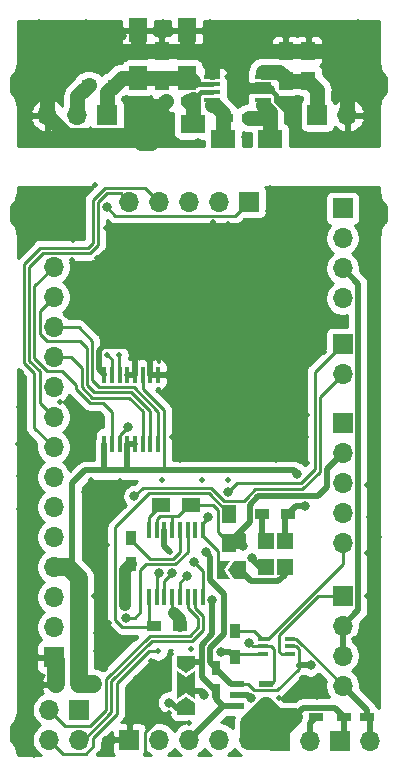
<source format=gtl>
G04 #@! TF.GenerationSoftware,KiCad,Pcbnew,(5.1.6-0-10_14)*
G04 #@! TF.CreationDate,2021-04-28T04:34:32+09:00*
G04 #@! TF.ProjectId,qPCR-panel_20210427,71504352-2d70-4616-9e65-6c5f32303231,rev?*
G04 #@! TF.SameCoordinates,Original*
G04 #@! TF.FileFunction,Copper,L1,Top*
G04 #@! TF.FilePolarity,Positive*
%FSLAX46Y46*%
G04 Gerber Fmt 4.6, Leading zero omitted, Abs format (unit mm)*
G04 Created by KiCad (PCBNEW (5.1.6-0-10_14)) date 2021-04-28 04:34:32*
%MOMM*%
%LPD*%
G01*
G04 APERTURE LIST*
G04 #@! TA.AperFunction,SMDPad,CuDef*
%ADD10R,1.470000X0.400000*%
G04 #@! TD*
G04 #@! TA.AperFunction,SMDPad,CuDef*
%ADD11R,1.250000X1.500000*%
G04 #@! TD*
G04 #@! TA.AperFunction,SMDPad,CuDef*
%ADD12R,1.200000X0.750000*%
G04 #@! TD*
G04 #@! TA.AperFunction,SMDPad,CuDef*
%ADD13R,2.000000X1.600000*%
G04 #@! TD*
G04 #@! TA.AperFunction,SMDPad,CuDef*
%ADD14R,1.600000X2.000000*%
G04 #@! TD*
G04 #@! TA.AperFunction,SMDPad,CuDef*
%ADD15R,1.200000X0.900000*%
G04 #@! TD*
G04 #@! TA.AperFunction,ComponentPad*
%ADD16O,1.700000X1.700000*%
G04 #@! TD*
G04 #@! TA.AperFunction,ComponentPad*
%ADD17R,1.700000X1.700000*%
G04 #@! TD*
G04 #@! TA.AperFunction,SMDPad,CuDef*
%ADD18R,0.355600X1.473200*%
G04 #@! TD*
G04 #@! TA.AperFunction,SMDPad,CuDef*
%ADD19R,1.500000X1.250000*%
G04 #@! TD*
G04 #@! TA.AperFunction,SMDPad,CuDef*
%ADD20R,0.750000X1.200000*%
G04 #@! TD*
G04 #@! TA.AperFunction,SMDPad,CuDef*
%ADD21R,0.900000X1.200000*%
G04 #@! TD*
G04 #@! TA.AperFunction,SMDPad,CuDef*
%ADD22R,1.270000X0.508000*%
G04 #@! TD*
G04 #@! TA.AperFunction,SMDPad,CuDef*
%ADD23R,0.850001X0.399999*%
G04 #@! TD*
G04 #@! TA.AperFunction,SMDPad,CuDef*
%ADD24R,1.400000X1.400000*%
G04 #@! TD*
G04 #@! TA.AperFunction,SMDPad,CuDef*
%ADD25C,0.100000*%
G04 #@! TD*
G04 #@! TA.AperFunction,Conductor*
%ADD26C,0.100000*%
G04 #@! TD*
G04 #@! TA.AperFunction,ViaPad*
%ADD27C,0.800000*%
G04 #@! TD*
G04 #@! TA.AperFunction,ViaPad*
%ADD28C,0.508000*%
G04 #@! TD*
G04 #@! TA.AperFunction,Conductor*
%ADD29C,1.270000*%
G04 #@! TD*
G04 #@! TA.AperFunction,Conductor*
%ADD30C,0.250000*%
G04 #@! TD*
G04 #@! TA.AperFunction,Conductor*
%ADD31C,0.762000*%
G04 #@! TD*
G04 #@! TA.AperFunction,Conductor*
%ADD32C,0.381000*%
G04 #@! TD*
G04 #@! TA.AperFunction,Conductor*
%ADD33C,1.524000*%
G04 #@! TD*
G04 #@! TA.AperFunction,Conductor*
%ADD34C,0.508000*%
G04 #@! TD*
G04 #@! TA.AperFunction,Conductor*
%ADD35C,1.016000*%
G04 #@! TD*
G04 #@! TA.AperFunction,Conductor*
%ADD36C,0.254000*%
G04 #@! TD*
G04 APERTURE END LIST*
D10*
X121450000Y-72375000D03*
X121450000Y-71725000D03*
X121450000Y-71075000D03*
X121450000Y-70425000D03*
X117150000Y-70425000D03*
X117150000Y-71075000D03*
X117150000Y-71725000D03*
X117150000Y-72375000D03*
D11*
X125300000Y-68250000D03*
X125300000Y-70750000D03*
X123400000Y-70750000D03*
X123400000Y-68250000D03*
D12*
X118350000Y-73900000D03*
X120250000Y-73900000D03*
D13*
X118100000Y-75700000D03*
X122100000Y-75700000D03*
D12*
X115150000Y-72500000D03*
X113250000Y-72500000D03*
D13*
X115500000Y-74400000D03*
X111500000Y-74400000D03*
D14*
X110900000Y-66500000D03*
X110900000Y-70500000D03*
D11*
X112900000Y-68250000D03*
X112900000Y-70750000D03*
D14*
X115000000Y-70500000D03*
X115000000Y-66500000D03*
D15*
X106700000Y-71100000D03*
X108900000Y-71100000D03*
D16*
X103220000Y-73700000D03*
X105760000Y-73700000D03*
D17*
X108300000Y-73700000D03*
X126080000Y-73700000D03*
D16*
X128620000Y-73700000D03*
D18*
X112574999Y-101481000D03*
X111924998Y-101481000D03*
X111274999Y-101481000D03*
X110624998Y-101481000D03*
X109974999Y-101481000D03*
X109325001Y-101481000D03*
X108674999Y-101481000D03*
X108025001Y-101481000D03*
X108025001Y-95639000D03*
X108675002Y-95639000D03*
X109325001Y-95639000D03*
X109975002Y-95639000D03*
X110625001Y-95639000D03*
X111274999Y-95639000D03*
X111925001Y-95639000D03*
X112574999Y-95639000D03*
D19*
X115350000Y-106660000D03*
X112850000Y-106660000D03*
D12*
X130250000Y-124660000D03*
X128350000Y-124660000D03*
X103950000Y-121860000D03*
X105850000Y-121860000D03*
X125950000Y-124660000D03*
X124050000Y-124660000D03*
D20*
X117500000Y-120510000D03*
X117500000Y-122410000D03*
D21*
X110300000Y-111660000D03*
X110300000Y-109460000D03*
D15*
X112200000Y-116960000D03*
X114400000Y-116960000D03*
X123600000Y-107460000D03*
X121400000Y-107460000D03*
D18*
X116374999Y-114479400D03*
X115724998Y-114479400D03*
X115074999Y-114479400D03*
X114424998Y-114479400D03*
X113774999Y-114479400D03*
X113125001Y-114479400D03*
X112474999Y-114479400D03*
X111825001Y-114479400D03*
X111825001Y-108840600D03*
X112475002Y-108840600D03*
X113125001Y-108840600D03*
X113775002Y-108840600D03*
X114425001Y-108840600D03*
X115074999Y-108840600D03*
X115725001Y-108840600D03*
X116374999Y-108840600D03*
D16*
X103730000Y-86540000D03*
X103730000Y-89080000D03*
X103730000Y-91620000D03*
X103730000Y-94160000D03*
X103730000Y-96700000D03*
X103730000Y-99240000D03*
X103730000Y-101780000D03*
X103730000Y-104320000D03*
X103730000Y-106860000D03*
X103730000Y-109400000D03*
X103730000Y-111940000D03*
X103730000Y-114480000D03*
X103730000Y-117020000D03*
D17*
X103730000Y-119560000D03*
X127980000Y-126690000D03*
D16*
X130520000Y-126690000D03*
X103360000Y-126560000D03*
X103360000Y-124020000D03*
X105900000Y-126560000D03*
D17*
X105900000Y-124020000D03*
D11*
X118600000Y-109910000D03*
X118600000Y-107410000D03*
D16*
X128200000Y-109920000D03*
X128200000Y-107380000D03*
X128200000Y-104840000D03*
X128200000Y-102300000D03*
D17*
X128200000Y-99760000D03*
D16*
X128200000Y-95600000D03*
D17*
X128200000Y-93060000D03*
D16*
X128200000Y-121980000D03*
X128200000Y-119440000D03*
X128200000Y-116900000D03*
D17*
X128200000Y-114360000D03*
D16*
X120298000Y-126560000D03*
X117758000Y-126560000D03*
X115218000Y-126560000D03*
X112678000Y-126560000D03*
D17*
X110138000Y-126560000D03*
X120298000Y-81000000D03*
D16*
X117758000Y-81000000D03*
X115218000Y-81000000D03*
X112678000Y-81000000D03*
X110138000Y-81000000D03*
D17*
X122900000Y-126690000D03*
D16*
X125440000Y-126690000D03*
D22*
X121719200Y-121809999D03*
X121719200Y-123710001D03*
X119280800Y-123710001D03*
X119280800Y-122760000D03*
X119280800Y-121809999D03*
D23*
X121475001Y-118009999D03*
X121475001Y-118660000D03*
X121475001Y-119309999D03*
X123725002Y-119309999D03*
X123725002Y-118660000D03*
X123725002Y-118009999D03*
D24*
X121700000Y-109760000D03*
X121700000Y-111960000D03*
X123300000Y-111960000D03*
X123300000Y-109760000D03*
G04 #@! TA.AperFunction,SMDPad,CuDef*
D25*
G36*
X117550000Y-111410000D02*
G01*
X118700000Y-111410000D01*
X118200000Y-112160000D01*
X118700000Y-112910000D01*
X117550000Y-112910000D01*
X117550000Y-111410000D01*
G37*
G04 #@! TD.AperFunction*
G04 #@! TA.AperFunction,SMDPad,CuDef*
G36*
X118500000Y-112160000D02*
G01*
X119000000Y-111410000D01*
X120000000Y-111410000D01*
X120000000Y-112910000D01*
X119000000Y-112910000D01*
X118500000Y-112160000D01*
G37*
G04 #@! TD.AperFunction*
D21*
X119100000Y-119560000D03*
X119100000Y-117360000D03*
D16*
X128200000Y-89180000D03*
X128200000Y-86640000D03*
X128200000Y-84100000D03*
D17*
X128200000Y-81560000D03*
G04 #@! TA.AperFunction,SMDPad,CuDef*
D25*
G36*
X114950000Y-122940000D02*
G01*
X115700000Y-123440000D01*
X115700000Y-124440000D01*
X114200000Y-124440000D01*
X114200000Y-123440000D01*
X114950000Y-122940000D01*
G37*
G04 #@! TD.AperFunction*
G04 #@! TA.AperFunction,Conductor*
D26*
G36*
X114950000Y-121240000D02*
G01*
X115700000Y-120740000D01*
X115700000Y-123140000D01*
X114950000Y-122640000D01*
X114200000Y-123140000D01*
X114200000Y-120740000D01*
X114950000Y-121240000D01*
G37*
G04 #@! TD.AperFunction*
G04 #@! TA.AperFunction,SMDPad,CuDef*
D25*
G36*
X114950000Y-120940000D02*
G01*
X114200000Y-120440000D01*
X114200000Y-119440000D01*
X115700000Y-119440000D01*
X115700000Y-120440000D01*
X114950000Y-120940000D01*
G37*
G04 #@! TD.AperFunction*
D27*
X102500000Y-66000000D03*
X102500000Y-71000000D03*
X109500000Y-67000000D03*
X105000000Y-68500000D03*
X106500000Y-66000000D03*
X102500000Y-76000000D03*
X112000000Y-76000000D03*
X116000000Y-76000000D03*
X113500000Y-74500000D03*
X120000000Y-75500000D03*
X108000000Y-69500000D03*
X113000000Y-66000000D03*
X117000000Y-66000000D03*
X121500000Y-67000000D03*
X118500000Y-67000000D03*
X129500000Y-66000000D03*
X125000000Y-66500000D03*
X129500000Y-68500000D03*
X129500000Y-76000000D03*
X124500000Y-76000000D03*
X127500000Y-70500000D03*
X127222500Y-68277500D03*
X119360000Y-69140000D03*
X119636999Y-71466999D03*
X115250000Y-68250000D03*
X110750000Y-68250000D03*
X108114999Y-75385001D03*
X123630000Y-72540000D03*
X110555000Y-72995000D03*
D28*
X107270000Y-79580000D03*
X105890000Y-80930000D03*
X100880000Y-79920000D03*
X103900000Y-79950000D03*
X101000000Y-82900000D03*
X103360000Y-82900000D03*
X102650000Y-81540000D03*
X100950000Y-95440000D03*
X102220000Y-108870000D03*
X100850000Y-107020000D03*
X100690000Y-101550000D03*
X100800000Y-98400000D03*
X100780000Y-104240000D03*
X100920000Y-110950000D03*
X102650000Y-110720000D03*
X102580000Y-113140000D03*
X102530000Y-115680000D03*
X102440000Y-118060000D03*
X102270000Y-121170000D03*
X102440000Y-122640000D03*
X102270000Y-125240000D03*
X102100000Y-127810000D03*
X101050000Y-126610000D03*
X100990000Y-123800000D03*
X101020000Y-120110000D03*
X100990000Y-117290000D03*
X101050000Y-114420000D03*
X107570000Y-127740000D03*
X108070000Y-126490000D03*
X111560000Y-127740000D03*
X113920000Y-127580000D03*
X116490000Y-127620000D03*
X119030000Y-127570000D03*
X111463800Y-94096200D03*
D27*
X120555550Y-111183360D03*
D28*
X105400000Y-84260000D03*
X106200000Y-83460000D03*
X104800000Y-90560000D03*
X104800000Y-87860000D03*
X105300000Y-85960000D03*
X108200000Y-83260000D03*
X107400000Y-85760000D03*
X106200000Y-87060000D03*
X106100000Y-89060000D03*
X106600000Y-91060000D03*
X108600000Y-92560000D03*
X108100000Y-90360000D03*
X108100000Y-88260000D03*
X109400000Y-84760000D03*
X109200000Y-86860000D03*
X109600000Y-89160000D03*
X109900000Y-91060000D03*
X111700000Y-89560000D03*
X111500000Y-87460000D03*
X111200000Y-85560000D03*
X110900000Y-83560000D03*
X113100000Y-83360000D03*
X113500000Y-84960000D03*
X113600000Y-86860000D03*
X115800000Y-85560000D03*
X115800000Y-83960000D03*
X117200000Y-82760000D03*
X118500000Y-82860000D03*
X121900000Y-81760000D03*
X122100000Y-79860000D03*
X123800000Y-81060000D03*
X126000000Y-79960000D03*
X126200000Y-81960000D03*
X129600000Y-80060000D03*
X130200000Y-82760000D03*
X129900000Y-85360000D03*
X130600000Y-87160000D03*
X131300000Y-83860000D03*
X131100000Y-81460000D03*
X131000000Y-89260000D03*
X131100000Y-92060000D03*
X130600000Y-93560000D03*
X131100000Y-96460000D03*
X130500000Y-98060000D03*
X131000000Y-99860000D03*
X130700000Y-101760000D03*
X131200000Y-103560000D03*
X130300000Y-104960000D03*
X131200000Y-106260000D03*
X130400000Y-107660000D03*
X131300000Y-109360000D03*
X130300000Y-110760000D03*
X131100000Y-112560000D03*
X130300000Y-114360000D03*
X131100000Y-116360000D03*
X129200000Y-118060000D03*
X130800000Y-119560000D03*
X130500000Y-121060000D03*
X131000000Y-122960000D03*
X126000000Y-122960000D03*
X124200000Y-123060000D03*
X122800000Y-123060000D03*
X124800000Y-121360000D03*
X125100000Y-122260000D03*
X126100000Y-121160000D03*
X118800000Y-125060000D03*
X115200000Y-125160000D03*
X113500000Y-124260000D03*
X112100000Y-122960000D03*
X110700000Y-121360000D03*
X112000000Y-119860000D03*
X112900000Y-121260000D03*
X113700000Y-119260000D03*
X115400000Y-118860000D03*
X108100000Y-120560000D03*
X107300000Y-119060000D03*
X107300000Y-117560000D03*
X108400000Y-116660000D03*
X109100000Y-117860000D03*
X110700000Y-117960000D03*
X108900000Y-119060000D03*
X107200000Y-114360000D03*
X108100000Y-113160000D03*
X106400000Y-111360000D03*
X108300000Y-110060000D03*
X106400000Y-109560000D03*
X108200000Y-107460000D03*
X106300000Y-105560000D03*
X106900000Y-104560000D03*
X107100000Y-107460000D03*
X109400000Y-104660000D03*
X110600000Y-104860000D03*
X112900000Y-104560000D03*
X116300000Y-104560000D03*
X118500000Y-104560000D03*
X105100000Y-103660000D03*
X107000000Y-102660000D03*
X104900000Y-100660000D03*
X107000000Y-99860000D03*
X105500000Y-102160000D03*
X104300000Y-97960000D03*
X105600000Y-98560000D03*
X111100000Y-92860000D03*
X112900000Y-91160000D03*
X115200000Y-88860000D03*
X117300000Y-86660000D03*
X120100000Y-83960000D03*
X126500000Y-84060000D03*
X123300000Y-84060000D03*
X119800000Y-86160000D03*
X121100000Y-88760000D03*
X117400000Y-90760000D03*
X118800000Y-88760000D03*
X115100000Y-92160000D03*
X113300000Y-93760000D03*
X116500000Y-94660000D03*
X114100000Y-96160000D03*
X120900000Y-90760000D03*
X118500000Y-92960000D03*
X122900000Y-86560000D03*
X125300000Y-85960000D03*
X125700000Y-88360000D03*
X123700000Y-90060000D03*
X127100000Y-87960000D03*
X128000000Y-91060000D03*
X126600000Y-93760000D03*
X125600000Y-91760000D03*
X122900000Y-92960000D03*
X120500000Y-94460000D03*
X117200000Y-96460000D03*
X114800000Y-98360000D03*
X113800000Y-100960000D03*
X114400000Y-102860000D03*
X117100000Y-101160000D03*
X118800000Y-102760000D03*
X120900000Y-100960000D03*
X122600000Y-102860000D03*
X125100000Y-100960000D03*
X125200000Y-103160000D03*
X125200000Y-99060000D03*
X122000000Y-99160000D03*
X118400000Y-99260000D03*
X120200000Y-97260000D03*
X122900000Y-96060000D03*
X124800000Y-94660000D03*
X124400000Y-97460000D03*
X107100000Y-121860000D03*
D27*
X125036130Y-106796130D03*
X124374857Y-104059837D03*
D28*
X113623762Y-110660000D03*
D27*
X116600000Y-110660000D03*
X125500000Y-120260000D03*
X115000000Y-112660000D03*
X108230000Y-81450000D03*
X110000000Y-100060000D03*
D28*
X112600000Y-119060000D03*
D27*
X109900000Y-116260000D03*
X117152801Y-114752000D03*
X119800000Y-110160000D03*
X117900000Y-119160000D03*
X113519855Y-123406229D03*
X120300000Y-118360000D03*
X113900000Y-115860000D03*
X109800000Y-115160000D03*
X110582346Y-105942346D03*
X115605439Y-111514000D03*
X118505858Y-105609999D03*
X116800000Y-107660000D03*
D28*
X109300000Y-93960000D03*
D27*
X113800000Y-112460000D03*
D28*
X108300000Y-93960000D03*
D27*
X112700000Y-112460000D03*
X120451166Y-123051876D03*
X116480000Y-122770000D03*
D29*
X127195000Y-68250000D02*
X125300000Y-68250000D01*
X128620000Y-69675000D02*
X127222500Y-68277500D01*
X128620000Y-73700000D02*
X128620000Y-69675000D01*
X125300000Y-68250000D02*
X123400000Y-68250000D01*
X103220000Y-72026998D02*
X103220000Y-73700000D01*
X106996998Y-68250000D02*
X103220000Y-72026998D01*
X104905001Y-75385001D02*
X103220000Y-73700000D01*
X110514999Y-75385001D02*
X108114999Y-75385001D01*
X111500000Y-74400000D02*
X110514999Y-75385001D01*
X110900000Y-66500000D02*
X110900000Y-68200000D01*
X110850000Y-68250000D02*
X110750000Y-68250000D01*
X110900000Y-68200000D02*
X110850000Y-68250000D01*
X112900000Y-68250000D02*
X110850000Y-68250000D01*
X115000000Y-67900000D02*
X115350000Y-68250000D01*
X115350000Y-68250000D02*
X115250000Y-68250000D01*
X115000000Y-66500000D02*
X115000000Y-67900000D01*
X111500000Y-74400000D02*
X111500000Y-74250000D01*
X115350000Y-68250000D02*
X117150000Y-68250000D01*
X117150000Y-68250000D02*
X117150000Y-69999999D01*
X119360000Y-68250000D02*
X119360000Y-69140000D01*
X123400000Y-68250000D02*
X119360000Y-68250000D01*
X119360000Y-68250000D02*
X115350000Y-68250000D01*
D30*
X119605000Y-71075000D02*
X119360000Y-70830000D01*
X121450000Y-71075000D02*
X119605000Y-71075000D01*
X120255000Y-71725000D02*
X119360000Y-70830000D01*
X121450000Y-71725000D02*
X120255000Y-71725000D01*
D29*
X119636999Y-71466999D02*
X119636999Y-71466999D01*
X119360000Y-71190000D02*
X119636999Y-71466999D01*
X119360000Y-70830000D02*
X119360000Y-71190000D01*
X127222500Y-68277500D02*
X127195000Y-68250000D01*
X119360000Y-69140000D02*
X119360000Y-70830000D01*
X119636999Y-71466999D02*
X119879999Y-71466999D01*
X115250000Y-68250000D02*
X112900000Y-68250000D01*
X110750000Y-68250000D02*
X106996998Y-68250000D01*
X108114999Y-75385001D02*
X104905001Y-75385001D01*
D31*
X119636999Y-71466999D02*
X122076999Y-71466999D01*
D32*
X122575501Y-71965501D02*
X122076999Y-71466999D01*
X124500000Y-74370000D02*
X122575501Y-72445501D01*
X122575501Y-72445501D02*
X122575501Y-71965501D01*
X124500000Y-76000000D02*
X124500000Y-74370000D01*
D29*
X111129998Y-76000000D02*
X110514999Y-75385001D01*
X112000000Y-76000000D02*
X111129998Y-76000000D01*
X110514999Y-75385001D02*
X110514999Y-73034999D01*
X110514999Y-73034999D02*
X110554998Y-72995000D01*
X112755000Y-72995000D02*
X113250000Y-72500000D01*
X110554998Y-72995000D02*
X110555000Y-72995000D01*
X111500000Y-74250000D02*
X112755000Y-72995000D01*
X112755000Y-74125000D02*
X113260000Y-74630000D01*
X112755000Y-72995000D02*
X112755000Y-74125000D01*
X113260000Y-74740000D02*
X112000000Y-76000000D01*
X113260000Y-74630000D02*
X113260000Y-74740000D01*
X112000000Y-74900000D02*
X111500000Y-74400000D01*
X112000000Y-76000000D02*
X112000000Y-74900000D01*
X110555000Y-72995000D02*
X112755000Y-72995000D01*
D33*
X103950000Y-119780000D02*
X103730000Y-119560000D01*
X103950000Y-121860000D02*
X103950000Y-119780000D01*
D34*
X110619600Y-93251999D02*
X111213800Y-93846200D01*
X111213800Y-93846200D02*
X111463800Y-94096200D01*
X110625001Y-95639000D02*
X110625001Y-94394400D01*
X111463800Y-94096200D02*
X111925001Y-94557400D01*
X110625001Y-94394400D02*
X110923201Y-94096200D01*
X110923201Y-94096200D02*
X111463800Y-94096200D01*
X108025001Y-95639000D02*
X108025001Y-95634999D01*
X108025001Y-95634999D02*
X107591999Y-95201997D01*
X107591999Y-95201997D02*
X107591999Y-93620159D01*
X107960159Y-93251999D02*
X110619600Y-93251999D01*
X107591999Y-93620159D02*
X107960159Y-93251999D01*
X111925001Y-94557400D02*
X111925001Y-95639000D01*
X111925001Y-95639000D02*
X112574999Y-95639000D01*
X109975002Y-95639000D02*
X110625001Y-95639000D01*
X121200000Y-111960000D02*
X120500000Y-111260000D01*
X121700000Y-111960000D02*
X121200000Y-111960000D01*
D30*
X111502999Y-127682999D02*
X111560000Y-127740000D01*
X111502999Y-125897791D02*
X111502999Y-127682999D01*
X113140790Y-124260000D02*
X111502999Y-125897791D01*
X113500000Y-124260000D02*
X113140790Y-124260000D01*
X112850000Y-106660000D02*
X112475002Y-107034998D01*
X111825001Y-107684999D02*
X111825001Y-108840600D01*
X112850000Y-106660000D02*
X111825001Y-107684999D01*
X111825001Y-116585001D02*
X112200000Y-116960000D01*
X111825001Y-114479400D02*
X111825001Y-116585001D01*
X111974999Y-117185001D02*
X112200000Y-116960000D01*
X112174999Y-116985001D02*
X112200000Y-116960000D01*
X109551999Y-116985001D02*
X112174999Y-116985001D01*
X108966990Y-108583008D02*
X108966990Y-116399992D01*
X116899999Y-105709999D02*
X111839999Y-105709999D01*
X108966990Y-116399992D02*
X109551999Y-116985001D01*
X111839999Y-105709999D02*
X108966990Y-108583008D01*
X118600000Y-107410000D02*
X116899999Y-105709999D01*
D34*
X128350000Y-126320000D02*
X127980000Y-126690000D01*
X128350000Y-124660000D02*
X128350000Y-126320000D01*
X122050001Y-123710001D02*
X121719200Y-123710001D01*
X122770000Y-126560000D02*
X122900000Y-126690000D01*
X124879001Y-123830999D02*
X124050000Y-124660000D01*
X127520999Y-123830999D02*
X124879001Y-123830999D01*
X128350000Y-124660000D02*
X127520999Y-123830999D01*
X128200000Y-119440000D02*
X128200000Y-116900000D01*
D33*
X120298000Y-125131201D02*
X121719200Y-123710001D01*
X120298000Y-126560000D02*
X120298000Y-125131201D01*
X120428000Y-126690000D02*
X120298000Y-126560000D01*
X122900000Y-126690000D02*
X120428000Y-126690000D01*
X122669199Y-124660000D02*
X121719200Y-123710001D01*
X124050000Y-124660000D02*
X122669199Y-124660000D01*
X122900000Y-125810000D02*
X124050000Y-124660000D01*
X122900000Y-126690000D02*
X122900000Y-125810000D01*
X122900000Y-126690000D02*
X122730000Y-126690000D01*
X122730000Y-126690000D02*
X121600000Y-125560000D01*
D34*
X129504001Y-115595999D02*
X128200000Y-116900000D01*
X129504001Y-87944001D02*
X129504001Y-115595999D01*
X128200000Y-86640000D02*
X129504001Y-87944001D01*
D33*
X105850000Y-112857919D02*
X105850000Y-121860000D01*
X104932081Y-111940000D02*
X105850000Y-112857919D01*
X103730000Y-111940000D02*
X104932081Y-111940000D01*
X105850000Y-121860000D02*
X107100000Y-121860000D01*
D34*
X110624998Y-101481000D02*
X110033011Y-101481000D01*
X123300000Y-107760000D02*
X123600000Y-107460000D01*
X123300000Y-109760000D02*
X123300000Y-107760000D01*
X109974999Y-103734999D02*
X110000000Y-103760000D01*
X109974999Y-101481000D02*
X109974999Y-103734999D01*
X105300000Y-104860000D02*
X105300000Y-111572081D01*
X105300000Y-111572081D02*
X104932081Y-111940000D01*
X106400000Y-103760000D02*
X105300000Y-104860000D01*
X108025001Y-103585001D02*
X108200000Y-103760000D01*
X108025001Y-101481000D02*
X108025001Y-103585001D01*
X108200000Y-103760000D02*
X106400000Y-103760000D01*
X110000000Y-103760000D02*
X108200000Y-103760000D01*
X110000000Y-103760000D02*
X112700000Y-103760000D01*
X124263870Y-106796130D02*
X123600000Y-107460000D01*
X125036130Y-106796130D02*
X124263870Y-106796130D01*
X124075020Y-103760000D02*
X124374857Y-104059837D01*
D30*
X113077800Y-103682200D02*
X113000000Y-103760000D01*
X111274999Y-95639000D02*
X111274999Y-96834999D01*
X113077800Y-98637800D02*
X113077800Y-103682200D01*
X111274999Y-96834999D02*
X113077800Y-98637800D01*
D34*
X113000000Y-103760000D02*
X124075020Y-103760000D01*
X112700000Y-103760000D02*
X113000000Y-103760000D01*
X113125001Y-110161239D02*
X113125001Y-108840600D01*
X113623762Y-110660000D02*
X113125001Y-110161239D01*
D30*
X120165800Y-121809999D02*
X119280800Y-121809999D01*
X122614201Y-122389000D02*
X120744801Y-122389000D01*
X124475004Y-120528197D02*
X122614201Y-122389000D01*
X124285005Y-118660000D02*
X124475004Y-118849999D01*
X120744801Y-122389000D02*
X120165800Y-121809999D01*
X123725002Y-118660000D02*
X124285005Y-118660000D01*
D34*
X117500000Y-120510000D02*
X117500000Y-120560000D01*
X118749999Y-121809999D02*
X119280800Y-121809999D01*
X117500000Y-120560000D02*
X118749999Y-121809999D01*
X124500000Y-120260000D02*
X124475004Y-120284996D01*
X125500000Y-120260000D02*
X124500000Y-120260000D01*
D30*
X124475004Y-120284996D02*
X124475004Y-120528197D01*
X124475004Y-118849999D02*
X124475004Y-120284996D01*
D34*
X117006800Y-118789278D02*
X117006800Y-120016800D01*
X116600000Y-110660000D02*
X117006800Y-111066800D01*
X118195999Y-117600079D02*
X117006800Y-118789278D01*
X118195999Y-114198067D02*
X118195999Y-117600079D01*
X117006800Y-113008868D02*
X118195999Y-114198067D01*
X117006800Y-120016800D02*
X117500000Y-120510000D01*
X117006800Y-111066800D02*
X117006800Y-113008868D01*
D30*
X102104990Y-94273992D02*
X102104990Y-88165010D01*
X103165999Y-95335001D02*
X102104990Y-94273992D01*
X102104990Y-88165010D02*
X103730000Y-86540000D01*
X104075001Y-95335001D02*
X103165999Y-95335001D01*
X104104003Y-95335001D02*
X104075001Y-95335001D01*
X106817811Y-98050629D02*
X107900000Y-98050630D01*
X108674999Y-98825629D02*
X108674999Y-101481000D01*
X105649971Y-96882791D02*
X106817811Y-98050629D01*
X104475001Y-95335001D02*
X105649970Y-96509970D01*
X105649970Y-96509970D02*
X105649971Y-96882791D01*
X107900000Y-98050630D02*
X108674999Y-98825629D01*
X104075001Y-95335001D02*
X104475001Y-95335001D01*
X103180000Y-92840000D02*
X102554999Y-92214999D01*
X105980000Y-92840000D02*
X103180000Y-92840000D01*
X106549990Y-93409990D02*
X105980000Y-92840000D01*
X102554999Y-92214999D02*
X102554999Y-90255001D01*
X107190611Y-97150611D02*
X106549990Y-96509990D01*
X111924998Y-100881000D02*
X111924998Y-98757818D01*
X110317791Y-97150611D02*
X107190611Y-97150611D01*
X102554999Y-90255001D02*
X103730000Y-89080000D01*
X106549990Y-96509990D02*
X106549990Y-93409990D01*
X111924998Y-98757818D02*
X110317791Y-97150611D01*
X103730000Y-91620000D02*
X103830620Y-91519380D01*
X103940030Y-91409970D02*
X103730000Y-91620000D01*
X105860000Y-91620000D02*
X103730000Y-91620000D01*
X107000000Y-92760000D02*
X105860000Y-91620000D01*
X110504191Y-96700601D02*
X107587200Y-96700601D01*
X107000000Y-96113401D02*
X107000000Y-92760000D01*
X107587200Y-96700601D02*
X107000000Y-96113401D01*
X112574999Y-98771409D02*
X110504191Y-96700601D01*
X112574999Y-100881000D02*
X112574999Y-98771409D01*
X103730000Y-94324588D02*
X103730000Y-94160000D01*
X103730000Y-94030000D02*
X103730000Y-94160000D01*
X105200000Y-94160000D02*
X103730000Y-94160000D01*
X106099980Y-95059980D02*
X105200000Y-94160000D01*
X106099980Y-96696390D02*
X106099980Y-95059980D01*
X107004210Y-97600620D02*
X106099980Y-96696390D01*
X110131391Y-97600621D02*
X107004210Y-97600620D01*
X111274999Y-98744229D02*
X110131391Y-97600621D01*
X111274999Y-100881000D02*
X111274999Y-98744229D01*
X114424998Y-113235002D02*
X114424998Y-114479400D01*
X115000000Y-112660000D02*
X114424998Y-113235002D01*
X101654981Y-94460393D02*
X102554999Y-95360411D01*
X101654980Y-86503218D02*
X101654981Y-94460393D01*
X107504999Y-84655001D02*
X106800000Y-85360000D01*
X102554999Y-98064999D02*
X103730000Y-99240000D01*
X102554999Y-95360411D02*
X102554999Y-98064999D01*
X106800000Y-85360000D02*
X102798198Y-85360000D01*
X110138000Y-81000000D02*
X109413009Y-80275009D01*
X107504999Y-81045001D02*
X107504999Y-84655001D01*
X102798198Y-85360000D02*
X101654980Y-86503218D01*
X108274991Y-80275009D02*
X107504999Y-81045001D01*
X109413009Y-80275009D02*
X108274991Y-80275009D01*
X102104989Y-95546811D02*
X102104989Y-100154989D01*
X101204972Y-94646792D02*
X102104989Y-95546811D01*
X101204971Y-86316817D02*
X101204972Y-94646792D01*
X106613600Y-84909990D02*
X102611797Y-84909991D01*
X102611797Y-84909991D02*
X101204971Y-86316817D01*
X107054989Y-80858601D02*
X107054989Y-84468601D01*
X102104989Y-100154989D02*
X103730000Y-101780000D01*
X107054989Y-84468601D02*
X106613600Y-84909990D01*
X112678000Y-81000000D02*
X111502999Y-79824999D01*
X108069589Y-79824999D02*
X108069589Y-79844001D01*
X108069589Y-79844001D02*
X107054989Y-80858601D01*
X111502999Y-79824999D02*
X108069589Y-79824999D01*
X108955001Y-82175001D02*
X119122999Y-82175001D01*
X108230000Y-81450000D02*
X108955001Y-82175001D01*
X119122999Y-82175001D02*
X120298000Y-81000000D01*
X109325001Y-100734999D02*
X110000000Y-100060000D01*
X109325001Y-101481000D02*
X109325001Y-100734999D01*
X119100000Y-117360000D02*
X120700000Y-117360000D01*
X121349999Y-118009999D02*
X121475001Y-118009999D01*
X120700000Y-117360000D02*
X121349999Y-118009999D01*
X121878591Y-118009999D02*
X121475001Y-118009999D01*
X128200000Y-111688590D02*
X121878591Y-118009999D01*
X128200000Y-109920000D02*
X128200000Y-111688590D01*
X115019400Y-108840600D02*
X115074999Y-108840600D01*
X115100000Y-108865601D02*
X115074999Y-108840600D01*
X115074999Y-110664015D02*
X114049996Y-111689018D01*
X111075001Y-112184999D02*
X111075001Y-115784999D01*
X111570982Y-111689018D02*
X111075001Y-112184999D01*
X114049996Y-111689018D02*
X111570982Y-111689018D01*
X115074999Y-108840600D02*
X115074999Y-110664015D01*
X110600000Y-116260000D02*
X109900000Y-116260000D01*
X111075001Y-115784999D02*
X110600000Y-116260000D01*
X109087029Y-121782547D02*
X111809576Y-119060000D01*
X109087029Y-124390791D02*
X109087029Y-121782547D01*
X107075001Y-126402821D02*
X109087029Y-124390791D01*
X104535001Y-127735001D02*
X106464001Y-127735001D01*
X107075001Y-127124001D02*
X107075001Y-126402821D01*
X106464001Y-127735001D02*
X107075001Y-127124001D01*
X111809576Y-119060000D02*
X112600000Y-119060000D01*
X103360000Y-126560000D02*
X104535001Y-127735001D01*
X115950010Y-116238598D02*
X115074999Y-115363587D01*
X111861755Y-117735001D02*
X115260001Y-117735001D01*
X108187010Y-121409746D02*
X111861755Y-117735001D01*
X108187010Y-124017992D02*
X108187010Y-121409746D01*
X115950010Y-117044992D02*
X115950010Y-116238598D01*
X106820003Y-125384999D02*
X108187010Y-124017992D01*
X104724999Y-125384999D02*
X106820003Y-125384999D01*
X115074999Y-115363587D02*
X115074999Y-114479400D01*
X115260001Y-117735001D02*
X115950010Y-117044992D01*
X103360000Y-124020000D02*
X104724999Y-125384999D01*
X115724998Y-115377176D02*
X115724998Y-114479400D01*
X116400020Y-116052198D02*
X115724998Y-115377176D01*
X116400020Y-117231392D02*
X116400020Y-116052198D01*
X112048155Y-118185011D02*
X115446402Y-118185010D01*
X108637020Y-121596146D02*
X112048155Y-118185011D01*
X115446402Y-118185010D02*
X116400020Y-117231392D01*
X108637020Y-124204392D02*
X108637020Y-121596146D01*
X106281412Y-126560000D02*
X108637020Y-124204392D01*
X105900000Y-126560000D02*
X106281412Y-126560000D01*
X110300000Y-109660000D02*
X110300000Y-109460000D01*
X111879008Y-111239008D02*
X110300000Y-109660000D01*
X113863596Y-111239008D02*
X111879008Y-111239008D01*
X114425001Y-110677603D02*
X113863596Y-111239008D01*
X114425001Y-108840600D02*
X114425001Y-110677603D01*
D34*
X121400000Y-109460000D02*
X121700000Y-109760000D01*
X121400000Y-107460000D02*
X121400000Y-109460000D01*
X118067999Y-123710001D02*
X119280800Y-123710001D01*
X115218000Y-126560000D02*
X118067999Y-123710001D01*
X117500000Y-123142002D02*
X118067999Y-123710001D01*
X117500000Y-122410000D02*
X117500000Y-123142002D01*
D30*
X112475002Y-107854000D02*
X112719001Y-107610001D01*
X112475002Y-108840600D02*
X112475002Y-107854000D01*
X115200000Y-106660000D02*
X115350000Y-106660000D01*
X114249999Y-107610001D02*
X115200000Y-106660000D01*
X113775002Y-107635004D02*
X113749999Y-107610001D01*
X113775002Y-108840600D02*
X113775002Y-107635004D01*
X113749999Y-107610001D02*
X114249999Y-107610001D01*
X112719001Y-107610001D02*
X113749999Y-107610001D01*
X117649999Y-108959999D02*
X118600000Y-109910000D01*
X117649999Y-107096409D02*
X117649999Y-108959999D01*
X117613590Y-107060000D02*
X117649999Y-107096409D01*
X115350000Y-106660000D02*
X117200000Y-106660000D01*
X117600000Y-107060000D02*
X117613590Y-107060000D01*
X117200000Y-106660000D02*
X117600000Y-107060000D01*
D34*
X120345999Y-106646799D02*
X121050669Y-105942129D01*
X120345999Y-108164001D02*
X120345999Y-106646799D01*
X121050669Y-105942129D02*
X126082129Y-105942129D01*
X126895999Y-103604001D02*
X128200000Y-102300000D01*
X126895999Y-105128259D02*
X126895999Y-103604001D01*
X126082129Y-105942129D02*
X126895999Y-105128259D01*
X117152801Y-117642000D02*
X117152801Y-114752000D01*
X116298790Y-118496011D02*
X117152801Y-117642000D01*
X117500000Y-122410000D02*
X116298790Y-121208790D01*
X119125000Y-109485000D02*
X119025000Y-109485000D01*
X119025000Y-109485000D02*
X120345999Y-108164001D01*
X118600000Y-109910000D02*
X119025000Y-109485000D01*
X118600000Y-109910000D02*
X118850000Y-109910000D01*
X119100000Y-110160000D02*
X119800000Y-110160000D01*
X118850000Y-109910000D02*
X119100000Y-110160000D01*
X119800000Y-110160000D02*
X119800000Y-109260000D01*
X119450000Y-109610000D02*
X119250000Y-109610000D01*
X119800000Y-109260000D02*
X119450000Y-109610000D01*
X119250000Y-109610000D02*
X119125000Y-109485000D01*
X116170000Y-119940000D02*
X116298790Y-120068790D01*
X114950000Y-119940000D02*
X116170000Y-119940000D01*
X116298790Y-120068790D02*
X116298790Y-118496011D01*
X116298790Y-121208790D02*
X116298790Y-120068790D01*
X130520000Y-124930000D02*
X130250000Y-124660000D01*
X130520000Y-126690000D02*
X130520000Y-124930000D01*
X130250000Y-124030000D02*
X128200000Y-121980000D01*
X130250000Y-124660000D02*
X130250000Y-124030000D01*
D30*
X128200000Y-121924996D02*
X128200000Y-121980000D01*
X124285003Y-118009999D02*
X128200000Y-121924996D01*
X123725002Y-118009999D02*
X124285003Y-118009999D01*
D34*
X125440000Y-125170000D02*
X125950000Y-124660000D01*
X125440000Y-126690000D02*
X125440000Y-125170000D01*
D30*
X126165000Y-114360000D02*
X128200000Y-114360000D01*
X122850010Y-117674990D02*
X126165000Y-114360000D01*
X122850010Y-119110007D02*
X122850010Y-117674990D01*
X123050002Y-119309999D02*
X122850010Y-119110007D01*
X123725002Y-119309999D02*
X123050002Y-119309999D01*
D34*
X118700000Y-119160000D02*
X119100000Y-119560000D01*
X117900000Y-119160000D02*
X118700000Y-119160000D01*
D30*
X119350001Y-119309999D02*
X119100000Y-119560000D01*
X121475001Y-119309999D02*
X119350001Y-119309999D01*
D34*
X114227842Y-123940000D02*
X114950000Y-123940000D01*
X113694071Y-123406229D02*
X114227842Y-123940000D01*
X113519855Y-123406229D02*
X113694071Y-123406229D01*
D30*
X122150001Y-118660000D02*
X122400000Y-118909999D01*
X121475001Y-118660000D02*
X122150001Y-118660000D01*
X122400000Y-118909999D02*
X122400000Y-121560000D01*
X122150001Y-121809999D02*
X121719200Y-121809999D01*
X122400000Y-121560000D02*
X122150001Y-121809999D01*
X120600000Y-118660000D02*
X120300000Y-118360000D01*
X121475001Y-118660000D02*
X120600000Y-118660000D01*
D35*
X114400000Y-116360000D02*
X114400000Y-116901991D01*
X113900000Y-115860000D02*
X114400000Y-116360000D01*
X109800000Y-112160000D02*
X110300000Y-111660000D01*
X109800000Y-114460000D02*
X109800000Y-112160000D01*
D30*
X113774999Y-115734999D02*
X113900000Y-115860000D01*
X113774999Y-114479400D02*
X113774999Y-115734999D01*
D35*
X109800000Y-114460000D02*
X109800000Y-115151999D01*
D30*
X115605439Y-111514000D02*
X116400000Y-112308561D01*
X116400000Y-114454399D02*
X116374999Y-114479400D01*
X116400000Y-112308561D02*
X116400000Y-114454399D01*
X120106167Y-106067789D02*
X120810836Y-105363119D01*
X126300000Y-97500000D02*
X128200000Y-95600000D01*
X119838956Y-106334999D02*
X120106167Y-106067789D01*
X124796881Y-105363119D02*
X126300000Y-103860000D01*
X117086400Y-105259990D02*
X118161409Y-106334999D01*
X120810836Y-105363119D02*
X124796881Y-105363119D01*
X118161409Y-106334999D02*
X119838956Y-106334999D01*
X111264702Y-105259990D02*
X117086400Y-105259990D01*
X126300000Y-103860000D02*
X126300000Y-97500000D01*
X110582346Y-105942346D02*
X111264702Y-105259990D01*
X117649999Y-111759999D02*
X117649999Y-110609999D01*
X118050000Y-112160000D02*
X117649999Y-111759999D01*
X116374999Y-109334999D02*
X116374999Y-108840600D01*
X117649999Y-110609999D02*
X116374999Y-109334999D01*
X128200000Y-93060000D02*
X125849990Y-95410010D01*
X125849990Y-103610010D02*
X124650020Y-104809980D01*
X125849990Y-95410010D02*
X125849990Y-103610010D01*
X119305877Y-104809980D02*
X118505858Y-105609999D01*
X124650020Y-104809980D02*
X119305877Y-104809980D01*
X116800000Y-107660000D02*
X116800000Y-107760000D01*
X116374999Y-108185001D02*
X116374999Y-108840600D01*
X116800000Y-107760000D02*
X116374999Y-108185001D01*
X109300000Y-93960000D02*
X109300000Y-95613999D01*
X109300000Y-95613999D02*
X109325001Y-95639000D01*
X113125001Y-113134999D02*
X113800000Y-112460000D01*
X113125001Y-114479400D02*
X113125001Y-113134999D01*
X108300000Y-93960000D02*
X108675002Y-94335002D01*
X108675002Y-94335002D02*
X108675002Y-95639000D01*
X112474999Y-112685001D02*
X112700000Y-112460000D01*
X112474999Y-114479400D02*
X112474999Y-112685001D01*
D34*
X122763201Y-113114001D02*
X120454001Y-113114001D01*
X120454001Y-113114001D02*
X119500000Y-112160000D01*
X123300000Y-112577202D02*
X122763201Y-113114001D01*
X123300000Y-111960000D02*
X123300000Y-112577202D01*
X114950000Y-121940000D02*
X115020000Y-121940000D01*
X120159290Y-122760000D02*
X120451166Y-123051876D01*
X119280800Y-122760000D02*
X120159290Y-122760000D01*
X116480000Y-122770000D02*
X116480000Y-122620000D01*
X116480000Y-122620000D02*
X116310000Y-122450000D01*
X115460000Y-122450000D02*
X114950000Y-121940000D01*
X116310000Y-122450000D02*
X115460000Y-122450000D01*
D29*
X122100000Y-73450001D02*
X121450000Y-72800001D01*
X122100000Y-75700000D02*
X122100000Y-73450001D01*
X121650001Y-73900000D02*
X122100000Y-73450001D01*
X120250000Y-73900000D02*
X121650001Y-73900000D01*
X117380001Y-72800001D02*
X117150000Y-72800001D01*
X118100000Y-73520000D02*
X117380001Y-72800001D01*
X118100000Y-75700000D02*
X118100000Y-73520000D01*
X115500000Y-72850000D02*
X115150000Y-72500000D01*
X115500000Y-74400000D02*
X115500000Y-72850000D01*
X115530000Y-72500000D02*
X115579999Y-72450001D01*
X115150000Y-72500000D02*
X115530000Y-72500000D01*
X115579999Y-72450001D02*
X115579999Y-72335001D01*
D32*
X117130501Y-71705501D02*
X117150000Y-71725000D01*
X116209499Y-71705501D02*
X117130501Y-71705501D01*
X115415000Y-72500000D02*
X116209499Y-71705501D01*
X115150000Y-72500000D02*
X115415000Y-72500000D01*
D29*
X108300000Y-71700000D02*
X108900000Y-71100000D01*
X108300000Y-73700000D02*
X108300000Y-71700000D01*
X109500000Y-70500000D02*
X115000000Y-70500000D01*
X108900000Y-71100000D02*
X109500000Y-70500000D01*
X115280000Y-70500000D02*
X115579999Y-70799999D01*
X115000000Y-70500000D02*
X115280000Y-70500000D01*
D32*
X115575000Y-71075000D02*
X115000000Y-70500000D01*
X117150000Y-71075000D02*
X115575000Y-71075000D01*
D29*
X105760000Y-72040000D02*
X105760000Y-73700000D01*
X106700000Y-71100000D02*
X105760000Y-72040000D01*
X126080000Y-71530000D02*
X125300000Y-70750000D01*
X126080000Y-73700000D02*
X126080000Y-71530000D01*
X125300000Y-70750000D02*
X123400000Y-70750000D01*
X123400000Y-70546998D02*
X122853001Y-69999999D01*
X122853001Y-69999999D02*
X121450000Y-69999999D01*
X123400000Y-70750000D02*
X123400000Y-70546998D01*
D36*
G36*
X119761641Y-75079003D02*
G01*
X120001037Y-75151623D01*
X120187620Y-75170000D01*
X120461928Y-75170000D01*
X120461928Y-76315000D01*
X119738072Y-76315000D01*
X119738072Y-75066405D01*
X119761641Y-75079003D01*
G37*
X119761641Y-75079003D02*
X120001037Y-75151623D01*
X120187620Y-75170000D01*
X120461928Y-75170000D01*
X120461928Y-76315000D01*
X119738072Y-76315000D01*
X119738072Y-75066405D01*
X119761641Y-75079003D01*
G36*
X109465000Y-66214250D02*
G01*
X109623750Y-66373000D01*
X110773000Y-66373000D01*
X110773000Y-66353000D01*
X111027000Y-66353000D01*
X111027000Y-66373000D01*
X112176250Y-66373000D01*
X112335000Y-66214250D01*
X112337276Y-65685000D01*
X113562724Y-65685000D01*
X113565000Y-66214250D01*
X113723750Y-66373000D01*
X114873000Y-66373000D01*
X114873000Y-66353000D01*
X115127000Y-66353000D01*
X115127000Y-66373000D01*
X116276250Y-66373000D01*
X116435000Y-66214250D01*
X116437276Y-65685000D01*
X131315000Y-65685000D01*
X131315001Y-69333647D01*
X131318348Y-69367628D01*
X131318348Y-69378015D01*
X131319347Y-69387527D01*
X131336751Y-69542686D01*
X131349656Y-69603397D01*
X131361718Y-69664316D01*
X131364546Y-69673452D01*
X131411756Y-69822277D01*
X131436216Y-69879345D01*
X131459872Y-69936741D01*
X131464421Y-69945154D01*
X131539638Y-70081974D01*
X131574706Y-70133190D01*
X131609073Y-70184915D01*
X131615169Y-70192284D01*
X131715529Y-70311888D01*
X131759870Y-70355310D01*
X131803634Y-70399380D01*
X131811046Y-70405425D01*
X131873000Y-70455237D01*
X131873000Y-71744550D01*
X131795708Y-71808491D01*
X131751941Y-71852565D01*
X131707602Y-71895985D01*
X131701505Y-71903354D01*
X131602825Y-72024348D01*
X131568466Y-72076063D01*
X131533393Y-72127285D01*
X131528844Y-72135698D01*
X131455544Y-72273556D01*
X131431879Y-72330971D01*
X131407427Y-72388022D01*
X131404600Y-72397154D01*
X131404600Y-72397156D01*
X131404599Y-72397158D01*
X131359472Y-72546628D01*
X131347414Y-72607524D01*
X131334505Y-72668256D01*
X131333505Y-72677768D01*
X131318269Y-72833155D01*
X131318269Y-72833164D01*
X131315000Y-72866354D01*
X131315001Y-76315000D01*
X123738072Y-76315000D01*
X123738072Y-74900000D01*
X123725812Y-74775518D01*
X123689502Y-74655820D01*
X123630537Y-74545506D01*
X123551185Y-74448815D01*
X123454494Y-74369463D01*
X123370000Y-74324299D01*
X123370000Y-73512381D01*
X123376144Y-73450001D01*
X123351623Y-73201038D01*
X123279003Y-72961642D01*
X123268702Y-72942370D01*
X123161075Y-72741013D01*
X123002370Y-72547631D01*
X122953914Y-72507864D01*
X122823072Y-72377022D01*
X122823072Y-72175000D01*
X122819435Y-72138072D01*
X124025000Y-72138072D01*
X124149482Y-72125812D01*
X124269180Y-72089502D01*
X124350000Y-72046302D01*
X124430820Y-72089502D01*
X124550518Y-72125812D01*
X124675000Y-72138072D01*
X124810001Y-72138072D01*
X124810001Y-72373222D01*
X124778815Y-72398815D01*
X124699463Y-72495506D01*
X124640498Y-72605820D01*
X124604188Y-72725518D01*
X124591928Y-72850000D01*
X124591928Y-74550000D01*
X124604188Y-74674482D01*
X124640498Y-74794180D01*
X124699463Y-74904494D01*
X124778815Y-75001185D01*
X124875506Y-75080537D01*
X124985820Y-75139502D01*
X125105518Y-75175812D01*
X125230000Y-75188072D01*
X126930000Y-75188072D01*
X127054482Y-75175812D01*
X127174180Y-75139502D01*
X127284494Y-75080537D01*
X127381185Y-75001185D01*
X127460537Y-74904494D01*
X127519502Y-74794180D01*
X127543966Y-74713534D01*
X127619731Y-74797588D01*
X127853080Y-74971641D01*
X128115901Y-75096825D01*
X128263110Y-75141476D01*
X128493000Y-75020155D01*
X128493000Y-73827000D01*
X128747000Y-73827000D01*
X128747000Y-75020155D01*
X128976890Y-75141476D01*
X129124099Y-75096825D01*
X129386920Y-74971641D01*
X129620269Y-74797588D01*
X129815178Y-74581355D01*
X129964157Y-74331252D01*
X130061481Y-74056891D01*
X129940814Y-73827000D01*
X128747000Y-73827000D01*
X128493000Y-73827000D01*
X128473000Y-73827000D01*
X128473000Y-73573000D01*
X128493000Y-73573000D01*
X128493000Y-72379845D01*
X128747000Y-72379845D01*
X128747000Y-73573000D01*
X129940814Y-73573000D01*
X130061481Y-73343109D01*
X129964157Y-73068748D01*
X129815178Y-72818645D01*
X129620269Y-72602412D01*
X129386920Y-72428359D01*
X129124099Y-72303175D01*
X128976890Y-72258524D01*
X128747000Y-72379845D01*
X128493000Y-72379845D01*
X128263110Y-72258524D01*
X128115901Y-72303175D01*
X127853080Y-72428359D01*
X127619731Y-72602412D01*
X127543966Y-72686466D01*
X127519502Y-72605820D01*
X127460537Y-72495506D01*
X127381185Y-72398815D01*
X127350000Y-72373222D01*
X127350000Y-71592380D01*
X127356144Y-71530000D01*
X127331623Y-71281037D01*
X127259003Y-71041641D01*
X127245192Y-71015802D01*
X127141075Y-70821012D01*
X126982370Y-70627630D01*
X126933909Y-70587859D01*
X126563072Y-70217022D01*
X126563072Y-70000000D01*
X126550812Y-69875518D01*
X126514502Y-69755820D01*
X126455537Y-69645506D01*
X126376185Y-69548815D01*
X126316704Y-69500000D01*
X126376185Y-69451185D01*
X126455537Y-69354494D01*
X126514502Y-69244180D01*
X126550812Y-69124482D01*
X126563072Y-69000000D01*
X126560000Y-68535750D01*
X126401250Y-68377000D01*
X125427000Y-68377000D01*
X125427000Y-68397000D01*
X125173000Y-68397000D01*
X125173000Y-68377000D01*
X123527000Y-68377000D01*
X123527000Y-68397000D01*
X123273000Y-68397000D01*
X123273000Y-68377000D01*
X122298750Y-68377000D01*
X122140000Y-68535750D01*
X122138715Y-68729999D01*
X121387620Y-68729999D01*
X121201037Y-68748376D01*
X120961641Y-68820996D01*
X120741012Y-68938924D01*
X120547630Y-69097629D01*
X120388925Y-69291011D01*
X120270997Y-69511640D01*
X120198377Y-69751036D01*
X120186903Y-69867533D01*
X120184463Y-69870506D01*
X120125498Y-69980820D01*
X120089188Y-70100518D01*
X120076928Y-70225000D01*
X120076928Y-70625000D01*
X120089188Y-70749482D01*
X120089949Y-70751991D01*
X120080000Y-70843250D01*
X120147968Y-70911218D01*
X120184463Y-70979494D01*
X120263389Y-71075667D01*
X120189869Y-71162545D01*
X120147209Y-71239541D01*
X120080000Y-71306750D01*
X120090166Y-71400000D01*
X120080000Y-71493250D01*
X120147209Y-71560459D01*
X120189869Y-71637455D01*
X120263389Y-71724333D01*
X120184463Y-71820506D01*
X120147968Y-71888782D01*
X120080000Y-71956750D01*
X120089949Y-72048009D01*
X120089188Y-72050518D01*
X120076928Y-72175000D01*
X120076928Y-72575000D01*
X120083356Y-72640269D01*
X120001037Y-72648377D01*
X119761641Y-72720997D01*
X119541012Y-72838925D01*
X119433610Y-72927068D01*
X119405820Y-72935498D01*
X119300000Y-72992061D01*
X119240987Y-72960517D01*
X119161075Y-72811012D01*
X119002370Y-72617630D01*
X118953909Y-72577859D01*
X118520015Y-72143965D01*
X118510812Y-72050518D01*
X118510655Y-72050000D01*
X118510812Y-72049482D01*
X118523072Y-71925000D01*
X118523072Y-71525000D01*
X118510812Y-71400518D01*
X118510655Y-71400000D01*
X118510812Y-71399482D01*
X118523072Y-71275000D01*
X118523072Y-70875000D01*
X118510812Y-70750518D01*
X118510051Y-70748009D01*
X118520000Y-70656750D01*
X118452032Y-70588782D01*
X118415537Y-70520506D01*
X118336185Y-70423815D01*
X118248678Y-70352000D01*
X118361250Y-70352000D01*
X118520000Y-70193250D01*
X118508863Y-70091094D01*
X118470752Y-69971958D01*
X118410131Y-69862545D01*
X118329329Y-69767062D01*
X118231452Y-69689177D01*
X118120261Y-69631883D01*
X118000029Y-69597382D01*
X117875377Y-69587001D01*
X117435750Y-69590000D01*
X117277000Y-69748750D01*
X117277000Y-70236928D01*
X117023000Y-70236928D01*
X117023000Y-69748750D01*
X116864250Y-69590000D01*
X116438072Y-69587093D01*
X116438072Y-69500000D01*
X116425812Y-69375518D01*
X116389502Y-69255820D01*
X116330537Y-69145506D01*
X116251185Y-69048815D01*
X116154494Y-68969463D01*
X116044180Y-68910498D01*
X115924482Y-68874188D01*
X115800000Y-68861928D01*
X114200000Y-68861928D01*
X114162183Y-68865653D01*
X114160000Y-68535750D01*
X114001250Y-68377000D01*
X113027000Y-68377000D01*
X113027000Y-68397000D01*
X112773000Y-68397000D01*
X112773000Y-68377000D01*
X111798750Y-68377000D01*
X111640000Y-68535750D01*
X111637842Y-68861928D01*
X110100000Y-68861928D01*
X109975518Y-68874188D01*
X109855820Y-68910498D01*
X109745506Y-68969463D01*
X109648815Y-69048815D01*
X109569463Y-69145506D01*
X109526203Y-69226438D01*
X109499999Y-69223857D01*
X109437626Y-69230000D01*
X109437620Y-69230000D01*
X109276755Y-69245844D01*
X109251036Y-69248377D01*
X109197794Y-69264528D01*
X109011641Y-69320997D01*
X108791012Y-69438925D01*
X108597630Y-69597630D01*
X108557859Y-69646091D01*
X108180226Y-70023724D01*
X108175518Y-70024188D01*
X108055820Y-70060498D01*
X107945506Y-70119463D01*
X107848815Y-70198815D01*
X107800000Y-70258296D01*
X107751185Y-70198815D01*
X107654494Y-70119463D01*
X107544180Y-70060498D01*
X107424482Y-70024188D01*
X107371686Y-70018988D01*
X107188359Y-69920997D01*
X106948963Y-69848377D01*
X106700000Y-69823856D01*
X106451037Y-69848377D01*
X106211641Y-69920997D01*
X106028313Y-70018988D01*
X105975518Y-70024188D01*
X105855820Y-70060498D01*
X105745506Y-70119463D01*
X105648815Y-70198815D01*
X105569463Y-70295506D01*
X105510498Y-70405820D01*
X105474188Y-70525518D01*
X105473724Y-70530224D01*
X104906090Y-71097860D01*
X104857630Y-71137630D01*
X104698925Y-71331013D01*
X104580997Y-71551642D01*
X104535147Y-71702788D01*
X104508377Y-71791037D01*
X104505844Y-71816756D01*
X104490000Y-71977621D01*
X104490000Y-71977627D01*
X104483857Y-72040000D01*
X104490000Y-72102373D01*
X104490000Y-72927760D01*
X104484805Y-72935534D01*
X104415178Y-72818645D01*
X104220269Y-72602412D01*
X103986920Y-72428359D01*
X103724099Y-72303175D01*
X103576890Y-72258524D01*
X103347000Y-72379845D01*
X103347000Y-73573000D01*
X103367000Y-73573000D01*
X103367000Y-73827000D01*
X103347000Y-73827000D01*
X103347000Y-75020155D01*
X103576890Y-75141476D01*
X103724099Y-75096825D01*
X103986920Y-74971641D01*
X104220269Y-74797588D01*
X104415178Y-74581355D01*
X104484805Y-74464466D01*
X104606525Y-74646632D01*
X104813368Y-74853475D01*
X105056589Y-75015990D01*
X105326842Y-75127932D01*
X105613740Y-75185000D01*
X105906260Y-75185000D01*
X106193158Y-75127932D01*
X106463411Y-75015990D01*
X106706632Y-74853475D01*
X106838487Y-74721620D01*
X106860498Y-74794180D01*
X106919463Y-74904494D01*
X106998815Y-75001185D01*
X107095506Y-75080537D01*
X107205820Y-75139502D01*
X107325518Y-75175812D01*
X107450000Y-75188072D01*
X109150000Y-75188072D01*
X109274482Y-75175812D01*
X109394180Y-75139502D01*
X109504494Y-75080537D01*
X109601185Y-75001185D01*
X109680537Y-74904494D01*
X109739502Y-74794180D01*
X109775812Y-74674482D01*
X109788072Y-74550000D01*
X109788072Y-73600000D01*
X109861928Y-73600000D01*
X109865000Y-74114250D01*
X110023750Y-74273000D01*
X111373000Y-74273000D01*
X111373000Y-73123750D01*
X111627000Y-73123750D01*
X111627000Y-74273000D01*
X112976250Y-74273000D01*
X113135000Y-74114250D01*
X113138072Y-73600000D01*
X113125812Y-73475518D01*
X113096235Y-73378015D01*
X113123000Y-73351250D01*
X113123000Y-72627000D01*
X112173750Y-72627000D01*
X112015000Y-72785750D01*
X112011928Y-72875000D01*
X112020692Y-72963990D01*
X111785750Y-72965000D01*
X111627000Y-73123750D01*
X111373000Y-73123750D01*
X111214250Y-72965000D01*
X110500000Y-72961928D01*
X110375518Y-72974188D01*
X110255820Y-73010498D01*
X110145506Y-73069463D01*
X110048815Y-73148815D01*
X109969463Y-73245506D01*
X109910498Y-73355820D01*
X109874188Y-73475518D01*
X109861928Y-73600000D01*
X109788072Y-73600000D01*
X109788072Y-72850000D01*
X109775812Y-72725518D01*
X109739502Y-72605820D01*
X109680537Y-72495506D01*
X109601185Y-72398815D01*
X109570000Y-72373222D01*
X109570000Y-72226050D01*
X109619774Y-72176276D01*
X109624482Y-72175812D01*
X109744180Y-72139502D01*
X109846771Y-72084665D01*
X109855820Y-72089502D01*
X109975518Y-72125812D01*
X110100000Y-72138072D01*
X111700000Y-72138072D01*
X111824482Y-72125812D01*
X111944180Y-72089502D01*
X111987500Y-72066347D01*
X112016194Y-72081684D01*
X112011928Y-72125000D01*
X112015000Y-72214250D01*
X112173750Y-72373000D01*
X113123000Y-72373000D01*
X113123000Y-72353000D01*
X113377000Y-72353000D01*
X113377000Y-72373000D01*
X113397000Y-72373000D01*
X113397000Y-72627000D01*
X113377000Y-72627000D01*
X113377000Y-73351250D01*
X113535750Y-73510000D01*
X113850000Y-73513072D01*
X113870690Y-73511034D01*
X113861928Y-73600000D01*
X113861928Y-75200000D01*
X113874188Y-75324482D01*
X113910498Y-75444180D01*
X113969463Y-75554494D01*
X114048815Y-75651185D01*
X114145506Y-75730537D01*
X114255820Y-75789502D01*
X114375518Y-75825812D01*
X114500000Y-75838072D01*
X116461928Y-75838072D01*
X116461928Y-76315000D01*
X100685000Y-76315000D01*
X100685000Y-75200000D01*
X109861928Y-75200000D01*
X109874188Y-75324482D01*
X109910498Y-75444180D01*
X109969463Y-75554494D01*
X110048815Y-75651185D01*
X110145506Y-75730537D01*
X110255820Y-75789502D01*
X110375518Y-75825812D01*
X110500000Y-75838072D01*
X111214250Y-75835000D01*
X111373000Y-75676250D01*
X111373000Y-74527000D01*
X111627000Y-74527000D01*
X111627000Y-75676250D01*
X111785750Y-75835000D01*
X112500000Y-75838072D01*
X112624482Y-75825812D01*
X112744180Y-75789502D01*
X112854494Y-75730537D01*
X112951185Y-75651185D01*
X113030537Y-75554494D01*
X113089502Y-75444180D01*
X113125812Y-75324482D01*
X113138072Y-75200000D01*
X113135000Y-74685750D01*
X112976250Y-74527000D01*
X111627000Y-74527000D01*
X111373000Y-74527000D01*
X110023750Y-74527000D01*
X109865000Y-74685750D01*
X109861928Y-75200000D01*
X100685000Y-75200000D01*
X100685000Y-74056891D01*
X101778519Y-74056891D01*
X101875843Y-74331252D01*
X102024822Y-74581355D01*
X102219731Y-74797588D01*
X102453080Y-74971641D01*
X102715901Y-75096825D01*
X102863110Y-75141476D01*
X103093000Y-75020155D01*
X103093000Y-73827000D01*
X101899186Y-73827000D01*
X101778519Y-74056891D01*
X100685000Y-74056891D01*
X100685000Y-73343109D01*
X101778519Y-73343109D01*
X101899186Y-73573000D01*
X103093000Y-73573000D01*
X103093000Y-72379845D01*
X102863110Y-72258524D01*
X102715901Y-72303175D01*
X102453080Y-72428359D01*
X102219731Y-72602412D01*
X102024822Y-72818645D01*
X101875843Y-73068748D01*
X101778519Y-73343109D01*
X100685000Y-73343109D01*
X100685000Y-72866353D01*
X100681652Y-72832362D01*
X100681652Y-72821985D01*
X100680653Y-72812473D01*
X100663249Y-72657314D01*
X100650345Y-72596609D01*
X100638282Y-72535684D01*
X100635454Y-72526547D01*
X100588244Y-72377723D01*
X100563770Y-72320622D01*
X100540127Y-72263259D01*
X100535579Y-72254846D01*
X100460362Y-72118026D01*
X100425283Y-72066795D01*
X100390927Y-72015085D01*
X100384831Y-72007716D01*
X100284471Y-71888112D01*
X100240110Y-71844671D01*
X100196365Y-71800620D01*
X100188954Y-71794575D01*
X100127000Y-71744763D01*
X100127000Y-70455450D01*
X100204291Y-70391509D01*
X100248020Y-70347474D01*
X100292398Y-70304016D01*
X100298495Y-70296646D01*
X100397174Y-70175653D01*
X100431513Y-70123968D01*
X100466607Y-70072715D01*
X100471156Y-70064301D01*
X100544456Y-69926444D01*
X100568114Y-69869045D01*
X100592573Y-69811978D01*
X100595399Y-69802849D01*
X100595401Y-69802843D01*
X100595402Y-69802837D01*
X100640528Y-69653372D01*
X100652584Y-69592483D01*
X100665495Y-69531744D01*
X100666495Y-69522232D01*
X100681731Y-69366845D01*
X100681731Y-69366837D01*
X100685000Y-69333647D01*
X100685000Y-67500000D01*
X109461928Y-67500000D01*
X109474188Y-67624482D01*
X109510498Y-67744180D01*
X109569463Y-67854494D01*
X109648815Y-67951185D01*
X109745506Y-68030537D01*
X109855820Y-68089502D01*
X109975518Y-68125812D01*
X110100000Y-68138072D01*
X110614250Y-68135000D01*
X110773000Y-67976250D01*
X110773000Y-66627000D01*
X111027000Y-66627000D01*
X111027000Y-67976250D01*
X111185750Y-68135000D01*
X111700000Y-68138072D01*
X111824482Y-68125812D01*
X111833752Y-68123000D01*
X112773000Y-68123000D01*
X112773000Y-67023750D01*
X113027000Y-67023750D01*
X113027000Y-68123000D01*
X114001250Y-68123000D01*
X114016378Y-68107872D01*
X114075518Y-68125812D01*
X114200000Y-68138072D01*
X114714250Y-68135000D01*
X114873000Y-67976250D01*
X114873000Y-66627000D01*
X115127000Y-66627000D01*
X115127000Y-67976250D01*
X115285750Y-68135000D01*
X115800000Y-68138072D01*
X115924482Y-68125812D01*
X116044180Y-68089502D01*
X116154494Y-68030537D01*
X116251185Y-67951185D01*
X116330537Y-67854494D01*
X116389502Y-67744180D01*
X116425812Y-67624482D01*
X116438072Y-67500000D01*
X122136928Y-67500000D01*
X122140000Y-67964250D01*
X122298750Y-68123000D01*
X123273000Y-68123000D01*
X123273000Y-67023750D01*
X123527000Y-67023750D01*
X123527000Y-68123000D01*
X125173000Y-68123000D01*
X125173000Y-67023750D01*
X125427000Y-67023750D01*
X125427000Y-68123000D01*
X126401250Y-68123000D01*
X126560000Y-67964250D01*
X126563072Y-67500000D01*
X126550812Y-67375518D01*
X126514502Y-67255820D01*
X126455537Y-67145506D01*
X126376185Y-67048815D01*
X126279494Y-66969463D01*
X126169180Y-66910498D01*
X126049482Y-66874188D01*
X125925000Y-66861928D01*
X125585750Y-66865000D01*
X125427000Y-67023750D01*
X125173000Y-67023750D01*
X125014250Y-66865000D01*
X124675000Y-66861928D01*
X124550518Y-66874188D01*
X124430820Y-66910498D01*
X124350000Y-66953698D01*
X124269180Y-66910498D01*
X124149482Y-66874188D01*
X124025000Y-66861928D01*
X123685750Y-66865000D01*
X123527000Y-67023750D01*
X123273000Y-67023750D01*
X123114250Y-66865000D01*
X122775000Y-66861928D01*
X122650518Y-66874188D01*
X122530820Y-66910498D01*
X122420506Y-66969463D01*
X122323815Y-67048815D01*
X122244463Y-67145506D01*
X122185498Y-67255820D01*
X122149188Y-67375518D01*
X122136928Y-67500000D01*
X116438072Y-67500000D01*
X116435000Y-66785750D01*
X116276250Y-66627000D01*
X115127000Y-66627000D01*
X114873000Y-66627000D01*
X113723750Y-66627000D01*
X113565000Y-66785750D01*
X113564656Y-66865834D01*
X113525000Y-66861928D01*
X113185750Y-66865000D01*
X113027000Y-67023750D01*
X112773000Y-67023750D01*
X112614250Y-66865000D01*
X112335330Y-66862474D01*
X112335000Y-66785750D01*
X112176250Y-66627000D01*
X111027000Y-66627000D01*
X110773000Y-66627000D01*
X109623750Y-66627000D01*
X109465000Y-66785750D01*
X109461928Y-67500000D01*
X100685000Y-67500000D01*
X100685000Y-65685000D01*
X109462724Y-65685000D01*
X109465000Y-66214250D01*
G37*
X109465000Y-66214250D02*
X109623750Y-66373000D01*
X110773000Y-66373000D01*
X110773000Y-66353000D01*
X111027000Y-66353000D01*
X111027000Y-66373000D01*
X112176250Y-66373000D01*
X112335000Y-66214250D01*
X112337276Y-65685000D01*
X113562724Y-65685000D01*
X113565000Y-66214250D01*
X113723750Y-66373000D01*
X114873000Y-66373000D01*
X114873000Y-66353000D01*
X115127000Y-66353000D01*
X115127000Y-66373000D01*
X116276250Y-66373000D01*
X116435000Y-66214250D01*
X116437276Y-65685000D01*
X131315000Y-65685000D01*
X131315001Y-69333647D01*
X131318348Y-69367628D01*
X131318348Y-69378015D01*
X131319347Y-69387527D01*
X131336751Y-69542686D01*
X131349656Y-69603397D01*
X131361718Y-69664316D01*
X131364546Y-69673452D01*
X131411756Y-69822277D01*
X131436216Y-69879345D01*
X131459872Y-69936741D01*
X131464421Y-69945154D01*
X131539638Y-70081974D01*
X131574706Y-70133190D01*
X131609073Y-70184915D01*
X131615169Y-70192284D01*
X131715529Y-70311888D01*
X131759870Y-70355310D01*
X131803634Y-70399380D01*
X131811046Y-70405425D01*
X131873000Y-70455237D01*
X131873000Y-71744550D01*
X131795708Y-71808491D01*
X131751941Y-71852565D01*
X131707602Y-71895985D01*
X131701505Y-71903354D01*
X131602825Y-72024348D01*
X131568466Y-72076063D01*
X131533393Y-72127285D01*
X131528844Y-72135698D01*
X131455544Y-72273556D01*
X131431879Y-72330971D01*
X131407427Y-72388022D01*
X131404600Y-72397154D01*
X131404600Y-72397156D01*
X131404599Y-72397158D01*
X131359472Y-72546628D01*
X131347414Y-72607524D01*
X131334505Y-72668256D01*
X131333505Y-72677768D01*
X131318269Y-72833155D01*
X131318269Y-72833164D01*
X131315000Y-72866354D01*
X131315001Y-76315000D01*
X123738072Y-76315000D01*
X123738072Y-74900000D01*
X123725812Y-74775518D01*
X123689502Y-74655820D01*
X123630537Y-74545506D01*
X123551185Y-74448815D01*
X123454494Y-74369463D01*
X123370000Y-74324299D01*
X123370000Y-73512381D01*
X123376144Y-73450001D01*
X123351623Y-73201038D01*
X123279003Y-72961642D01*
X123268702Y-72942370D01*
X123161075Y-72741013D01*
X123002370Y-72547631D01*
X122953914Y-72507864D01*
X122823072Y-72377022D01*
X122823072Y-72175000D01*
X122819435Y-72138072D01*
X124025000Y-72138072D01*
X124149482Y-72125812D01*
X124269180Y-72089502D01*
X124350000Y-72046302D01*
X124430820Y-72089502D01*
X124550518Y-72125812D01*
X124675000Y-72138072D01*
X124810001Y-72138072D01*
X124810001Y-72373222D01*
X124778815Y-72398815D01*
X124699463Y-72495506D01*
X124640498Y-72605820D01*
X124604188Y-72725518D01*
X124591928Y-72850000D01*
X124591928Y-74550000D01*
X124604188Y-74674482D01*
X124640498Y-74794180D01*
X124699463Y-74904494D01*
X124778815Y-75001185D01*
X124875506Y-75080537D01*
X124985820Y-75139502D01*
X125105518Y-75175812D01*
X125230000Y-75188072D01*
X126930000Y-75188072D01*
X127054482Y-75175812D01*
X127174180Y-75139502D01*
X127284494Y-75080537D01*
X127381185Y-75001185D01*
X127460537Y-74904494D01*
X127519502Y-74794180D01*
X127543966Y-74713534D01*
X127619731Y-74797588D01*
X127853080Y-74971641D01*
X128115901Y-75096825D01*
X128263110Y-75141476D01*
X128493000Y-75020155D01*
X128493000Y-73827000D01*
X128747000Y-73827000D01*
X128747000Y-75020155D01*
X128976890Y-75141476D01*
X129124099Y-75096825D01*
X129386920Y-74971641D01*
X129620269Y-74797588D01*
X129815178Y-74581355D01*
X129964157Y-74331252D01*
X130061481Y-74056891D01*
X129940814Y-73827000D01*
X128747000Y-73827000D01*
X128493000Y-73827000D01*
X128473000Y-73827000D01*
X128473000Y-73573000D01*
X128493000Y-73573000D01*
X128493000Y-72379845D01*
X128747000Y-72379845D01*
X128747000Y-73573000D01*
X129940814Y-73573000D01*
X130061481Y-73343109D01*
X129964157Y-73068748D01*
X129815178Y-72818645D01*
X129620269Y-72602412D01*
X129386920Y-72428359D01*
X129124099Y-72303175D01*
X128976890Y-72258524D01*
X128747000Y-72379845D01*
X128493000Y-72379845D01*
X128263110Y-72258524D01*
X128115901Y-72303175D01*
X127853080Y-72428359D01*
X127619731Y-72602412D01*
X127543966Y-72686466D01*
X127519502Y-72605820D01*
X127460537Y-72495506D01*
X127381185Y-72398815D01*
X127350000Y-72373222D01*
X127350000Y-71592380D01*
X127356144Y-71530000D01*
X127331623Y-71281037D01*
X127259003Y-71041641D01*
X127245192Y-71015802D01*
X127141075Y-70821012D01*
X126982370Y-70627630D01*
X126933909Y-70587859D01*
X126563072Y-70217022D01*
X126563072Y-70000000D01*
X126550812Y-69875518D01*
X126514502Y-69755820D01*
X126455537Y-69645506D01*
X126376185Y-69548815D01*
X126316704Y-69500000D01*
X126376185Y-69451185D01*
X126455537Y-69354494D01*
X126514502Y-69244180D01*
X126550812Y-69124482D01*
X126563072Y-69000000D01*
X126560000Y-68535750D01*
X126401250Y-68377000D01*
X125427000Y-68377000D01*
X125427000Y-68397000D01*
X125173000Y-68397000D01*
X125173000Y-68377000D01*
X123527000Y-68377000D01*
X123527000Y-68397000D01*
X123273000Y-68397000D01*
X123273000Y-68377000D01*
X122298750Y-68377000D01*
X122140000Y-68535750D01*
X122138715Y-68729999D01*
X121387620Y-68729999D01*
X121201037Y-68748376D01*
X120961641Y-68820996D01*
X120741012Y-68938924D01*
X120547630Y-69097629D01*
X120388925Y-69291011D01*
X120270997Y-69511640D01*
X120198377Y-69751036D01*
X120186903Y-69867533D01*
X120184463Y-69870506D01*
X120125498Y-69980820D01*
X120089188Y-70100518D01*
X120076928Y-70225000D01*
X120076928Y-70625000D01*
X120089188Y-70749482D01*
X120089949Y-70751991D01*
X120080000Y-70843250D01*
X120147968Y-70911218D01*
X120184463Y-70979494D01*
X120263389Y-71075667D01*
X120189869Y-71162545D01*
X120147209Y-71239541D01*
X120080000Y-71306750D01*
X120090166Y-71400000D01*
X120080000Y-71493250D01*
X120147209Y-71560459D01*
X120189869Y-71637455D01*
X120263389Y-71724333D01*
X120184463Y-71820506D01*
X120147968Y-71888782D01*
X120080000Y-71956750D01*
X120089949Y-72048009D01*
X120089188Y-72050518D01*
X120076928Y-72175000D01*
X120076928Y-72575000D01*
X120083356Y-72640269D01*
X120001037Y-72648377D01*
X119761641Y-72720997D01*
X119541012Y-72838925D01*
X119433610Y-72927068D01*
X119405820Y-72935498D01*
X119300000Y-72992061D01*
X119240987Y-72960517D01*
X119161075Y-72811012D01*
X119002370Y-72617630D01*
X118953909Y-72577859D01*
X118520015Y-72143965D01*
X118510812Y-72050518D01*
X118510655Y-72050000D01*
X118510812Y-72049482D01*
X118523072Y-71925000D01*
X118523072Y-71525000D01*
X118510812Y-71400518D01*
X118510655Y-71400000D01*
X118510812Y-71399482D01*
X118523072Y-71275000D01*
X118523072Y-70875000D01*
X118510812Y-70750518D01*
X118510051Y-70748009D01*
X118520000Y-70656750D01*
X118452032Y-70588782D01*
X118415537Y-70520506D01*
X118336185Y-70423815D01*
X118248678Y-70352000D01*
X118361250Y-70352000D01*
X118520000Y-70193250D01*
X118508863Y-70091094D01*
X118470752Y-69971958D01*
X118410131Y-69862545D01*
X118329329Y-69767062D01*
X118231452Y-69689177D01*
X118120261Y-69631883D01*
X118000029Y-69597382D01*
X117875377Y-69587001D01*
X117435750Y-69590000D01*
X117277000Y-69748750D01*
X117277000Y-70236928D01*
X117023000Y-70236928D01*
X117023000Y-69748750D01*
X116864250Y-69590000D01*
X116438072Y-69587093D01*
X116438072Y-69500000D01*
X116425812Y-69375518D01*
X116389502Y-69255820D01*
X116330537Y-69145506D01*
X116251185Y-69048815D01*
X116154494Y-68969463D01*
X116044180Y-68910498D01*
X115924482Y-68874188D01*
X115800000Y-68861928D01*
X114200000Y-68861928D01*
X114162183Y-68865653D01*
X114160000Y-68535750D01*
X114001250Y-68377000D01*
X113027000Y-68377000D01*
X113027000Y-68397000D01*
X112773000Y-68397000D01*
X112773000Y-68377000D01*
X111798750Y-68377000D01*
X111640000Y-68535750D01*
X111637842Y-68861928D01*
X110100000Y-68861928D01*
X109975518Y-68874188D01*
X109855820Y-68910498D01*
X109745506Y-68969463D01*
X109648815Y-69048815D01*
X109569463Y-69145506D01*
X109526203Y-69226438D01*
X109499999Y-69223857D01*
X109437626Y-69230000D01*
X109437620Y-69230000D01*
X109276755Y-69245844D01*
X109251036Y-69248377D01*
X109197794Y-69264528D01*
X109011641Y-69320997D01*
X108791012Y-69438925D01*
X108597630Y-69597630D01*
X108557859Y-69646091D01*
X108180226Y-70023724D01*
X108175518Y-70024188D01*
X108055820Y-70060498D01*
X107945506Y-70119463D01*
X107848815Y-70198815D01*
X107800000Y-70258296D01*
X107751185Y-70198815D01*
X107654494Y-70119463D01*
X107544180Y-70060498D01*
X107424482Y-70024188D01*
X107371686Y-70018988D01*
X107188359Y-69920997D01*
X106948963Y-69848377D01*
X106700000Y-69823856D01*
X106451037Y-69848377D01*
X106211641Y-69920997D01*
X106028313Y-70018988D01*
X105975518Y-70024188D01*
X105855820Y-70060498D01*
X105745506Y-70119463D01*
X105648815Y-70198815D01*
X105569463Y-70295506D01*
X105510498Y-70405820D01*
X105474188Y-70525518D01*
X105473724Y-70530224D01*
X104906090Y-71097860D01*
X104857630Y-71137630D01*
X104698925Y-71331013D01*
X104580997Y-71551642D01*
X104535147Y-71702788D01*
X104508377Y-71791037D01*
X104505844Y-71816756D01*
X104490000Y-71977621D01*
X104490000Y-71977627D01*
X104483857Y-72040000D01*
X104490000Y-72102373D01*
X104490000Y-72927760D01*
X104484805Y-72935534D01*
X104415178Y-72818645D01*
X104220269Y-72602412D01*
X103986920Y-72428359D01*
X103724099Y-72303175D01*
X103576890Y-72258524D01*
X103347000Y-72379845D01*
X103347000Y-73573000D01*
X103367000Y-73573000D01*
X103367000Y-73827000D01*
X103347000Y-73827000D01*
X103347000Y-75020155D01*
X103576890Y-75141476D01*
X103724099Y-75096825D01*
X103986920Y-74971641D01*
X104220269Y-74797588D01*
X104415178Y-74581355D01*
X104484805Y-74464466D01*
X104606525Y-74646632D01*
X104813368Y-74853475D01*
X105056589Y-75015990D01*
X105326842Y-75127932D01*
X105613740Y-75185000D01*
X105906260Y-75185000D01*
X106193158Y-75127932D01*
X106463411Y-75015990D01*
X106706632Y-74853475D01*
X106838487Y-74721620D01*
X106860498Y-74794180D01*
X106919463Y-74904494D01*
X106998815Y-75001185D01*
X107095506Y-75080537D01*
X107205820Y-75139502D01*
X107325518Y-75175812D01*
X107450000Y-75188072D01*
X109150000Y-75188072D01*
X109274482Y-75175812D01*
X109394180Y-75139502D01*
X109504494Y-75080537D01*
X109601185Y-75001185D01*
X109680537Y-74904494D01*
X109739502Y-74794180D01*
X109775812Y-74674482D01*
X109788072Y-74550000D01*
X109788072Y-73600000D01*
X109861928Y-73600000D01*
X109865000Y-74114250D01*
X110023750Y-74273000D01*
X111373000Y-74273000D01*
X111373000Y-73123750D01*
X111627000Y-73123750D01*
X111627000Y-74273000D01*
X112976250Y-74273000D01*
X113135000Y-74114250D01*
X113138072Y-73600000D01*
X113125812Y-73475518D01*
X113096235Y-73378015D01*
X113123000Y-73351250D01*
X113123000Y-72627000D01*
X112173750Y-72627000D01*
X112015000Y-72785750D01*
X112011928Y-72875000D01*
X112020692Y-72963990D01*
X111785750Y-72965000D01*
X111627000Y-73123750D01*
X111373000Y-73123750D01*
X111214250Y-72965000D01*
X110500000Y-72961928D01*
X110375518Y-72974188D01*
X110255820Y-73010498D01*
X110145506Y-73069463D01*
X110048815Y-73148815D01*
X109969463Y-73245506D01*
X109910498Y-73355820D01*
X109874188Y-73475518D01*
X109861928Y-73600000D01*
X109788072Y-73600000D01*
X109788072Y-72850000D01*
X109775812Y-72725518D01*
X109739502Y-72605820D01*
X109680537Y-72495506D01*
X109601185Y-72398815D01*
X109570000Y-72373222D01*
X109570000Y-72226050D01*
X109619774Y-72176276D01*
X109624482Y-72175812D01*
X109744180Y-72139502D01*
X109846771Y-72084665D01*
X109855820Y-72089502D01*
X109975518Y-72125812D01*
X110100000Y-72138072D01*
X111700000Y-72138072D01*
X111824482Y-72125812D01*
X111944180Y-72089502D01*
X111987500Y-72066347D01*
X112016194Y-72081684D01*
X112011928Y-72125000D01*
X112015000Y-72214250D01*
X112173750Y-72373000D01*
X113123000Y-72373000D01*
X113123000Y-72353000D01*
X113377000Y-72353000D01*
X113377000Y-72373000D01*
X113397000Y-72373000D01*
X113397000Y-72627000D01*
X113377000Y-72627000D01*
X113377000Y-73351250D01*
X113535750Y-73510000D01*
X113850000Y-73513072D01*
X113870690Y-73511034D01*
X113861928Y-73600000D01*
X113861928Y-75200000D01*
X113874188Y-75324482D01*
X113910498Y-75444180D01*
X113969463Y-75554494D01*
X114048815Y-75651185D01*
X114145506Y-75730537D01*
X114255820Y-75789502D01*
X114375518Y-75825812D01*
X114500000Y-75838072D01*
X116461928Y-75838072D01*
X116461928Y-76315000D01*
X100685000Y-76315000D01*
X100685000Y-75200000D01*
X109861928Y-75200000D01*
X109874188Y-75324482D01*
X109910498Y-75444180D01*
X109969463Y-75554494D01*
X110048815Y-75651185D01*
X110145506Y-75730537D01*
X110255820Y-75789502D01*
X110375518Y-75825812D01*
X110500000Y-75838072D01*
X111214250Y-75835000D01*
X111373000Y-75676250D01*
X111373000Y-74527000D01*
X111627000Y-74527000D01*
X111627000Y-75676250D01*
X111785750Y-75835000D01*
X112500000Y-75838072D01*
X112624482Y-75825812D01*
X112744180Y-75789502D01*
X112854494Y-75730537D01*
X112951185Y-75651185D01*
X113030537Y-75554494D01*
X113089502Y-75444180D01*
X113125812Y-75324482D01*
X113138072Y-75200000D01*
X113135000Y-74685750D01*
X112976250Y-74527000D01*
X111627000Y-74527000D01*
X111373000Y-74527000D01*
X110023750Y-74527000D01*
X109865000Y-74685750D01*
X109861928Y-75200000D01*
X100685000Y-75200000D01*
X100685000Y-74056891D01*
X101778519Y-74056891D01*
X101875843Y-74331252D01*
X102024822Y-74581355D01*
X102219731Y-74797588D01*
X102453080Y-74971641D01*
X102715901Y-75096825D01*
X102863110Y-75141476D01*
X103093000Y-75020155D01*
X103093000Y-73827000D01*
X101899186Y-73827000D01*
X101778519Y-74056891D01*
X100685000Y-74056891D01*
X100685000Y-73343109D01*
X101778519Y-73343109D01*
X101899186Y-73573000D01*
X103093000Y-73573000D01*
X103093000Y-72379845D01*
X102863110Y-72258524D01*
X102715901Y-72303175D01*
X102453080Y-72428359D01*
X102219731Y-72602412D01*
X102024822Y-72818645D01*
X101875843Y-73068748D01*
X101778519Y-73343109D01*
X100685000Y-73343109D01*
X100685000Y-72866353D01*
X100681652Y-72832362D01*
X100681652Y-72821985D01*
X100680653Y-72812473D01*
X100663249Y-72657314D01*
X100650345Y-72596609D01*
X100638282Y-72535684D01*
X100635454Y-72526547D01*
X100588244Y-72377723D01*
X100563770Y-72320622D01*
X100540127Y-72263259D01*
X100535579Y-72254846D01*
X100460362Y-72118026D01*
X100425283Y-72066795D01*
X100390927Y-72015085D01*
X100384831Y-72007716D01*
X100284471Y-71888112D01*
X100240110Y-71844671D01*
X100196365Y-71800620D01*
X100188954Y-71794575D01*
X100127000Y-71744763D01*
X100127000Y-70455450D01*
X100204291Y-70391509D01*
X100248020Y-70347474D01*
X100292398Y-70304016D01*
X100298495Y-70296646D01*
X100397174Y-70175653D01*
X100431513Y-70123968D01*
X100466607Y-70072715D01*
X100471156Y-70064301D01*
X100544456Y-69926444D01*
X100568114Y-69869045D01*
X100592573Y-69811978D01*
X100595399Y-69802849D01*
X100595401Y-69802843D01*
X100595402Y-69802837D01*
X100640528Y-69653372D01*
X100652584Y-69592483D01*
X100665495Y-69531744D01*
X100666495Y-69522232D01*
X100681731Y-69366845D01*
X100681731Y-69366837D01*
X100685000Y-69333647D01*
X100685000Y-67500000D01*
X109461928Y-67500000D01*
X109474188Y-67624482D01*
X109510498Y-67744180D01*
X109569463Y-67854494D01*
X109648815Y-67951185D01*
X109745506Y-68030537D01*
X109855820Y-68089502D01*
X109975518Y-68125812D01*
X110100000Y-68138072D01*
X110614250Y-68135000D01*
X110773000Y-67976250D01*
X110773000Y-66627000D01*
X111027000Y-66627000D01*
X111027000Y-67976250D01*
X111185750Y-68135000D01*
X111700000Y-68138072D01*
X111824482Y-68125812D01*
X111833752Y-68123000D01*
X112773000Y-68123000D01*
X112773000Y-67023750D01*
X113027000Y-67023750D01*
X113027000Y-68123000D01*
X114001250Y-68123000D01*
X114016378Y-68107872D01*
X114075518Y-68125812D01*
X114200000Y-68138072D01*
X114714250Y-68135000D01*
X114873000Y-67976250D01*
X114873000Y-66627000D01*
X115127000Y-66627000D01*
X115127000Y-67976250D01*
X115285750Y-68135000D01*
X115800000Y-68138072D01*
X115924482Y-68125812D01*
X116044180Y-68089502D01*
X116154494Y-68030537D01*
X116251185Y-67951185D01*
X116330537Y-67854494D01*
X116389502Y-67744180D01*
X116425812Y-67624482D01*
X116438072Y-67500000D01*
X122136928Y-67500000D01*
X122140000Y-67964250D01*
X122298750Y-68123000D01*
X123273000Y-68123000D01*
X123273000Y-67023750D01*
X123527000Y-67023750D01*
X123527000Y-68123000D01*
X125173000Y-68123000D01*
X125173000Y-67023750D01*
X125427000Y-67023750D01*
X125427000Y-68123000D01*
X126401250Y-68123000D01*
X126560000Y-67964250D01*
X126563072Y-67500000D01*
X126550812Y-67375518D01*
X126514502Y-67255820D01*
X126455537Y-67145506D01*
X126376185Y-67048815D01*
X126279494Y-66969463D01*
X126169180Y-66910498D01*
X126049482Y-66874188D01*
X125925000Y-66861928D01*
X125585750Y-66865000D01*
X125427000Y-67023750D01*
X125173000Y-67023750D01*
X125014250Y-66865000D01*
X124675000Y-66861928D01*
X124550518Y-66874188D01*
X124430820Y-66910498D01*
X124350000Y-66953698D01*
X124269180Y-66910498D01*
X124149482Y-66874188D01*
X124025000Y-66861928D01*
X123685750Y-66865000D01*
X123527000Y-67023750D01*
X123273000Y-67023750D01*
X123114250Y-66865000D01*
X122775000Y-66861928D01*
X122650518Y-66874188D01*
X122530820Y-66910498D01*
X122420506Y-66969463D01*
X122323815Y-67048815D01*
X122244463Y-67145506D01*
X122185498Y-67255820D01*
X122149188Y-67375518D01*
X122136928Y-67500000D01*
X116438072Y-67500000D01*
X116435000Y-66785750D01*
X116276250Y-66627000D01*
X115127000Y-66627000D01*
X114873000Y-66627000D01*
X113723750Y-66627000D01*
X113565000Y-66785750D01*
X113564656Y-66865834D01*
X113525000Y-66861928D01*
X113185750Y-66865000D01*
X113027000Y-67023750D01*
X112773000Y-67023750D01*
X112614250Y-66865000D01*
X112335330Y-66862474D01*
X112335000Y-66785750D01*
X112176250Y-66627000D01*
X111027000Y-66627000D01*
X110773000Y-66627000D01*
X109623750Y-66627000D01*
X109465000Y-66785750D01*
X109461928Y-67500000D01*
X100685000Y-67500000D01*
X100685000Y-65685000D01*
X109462724Y-65685000D01*
X109465000Y-66214250D01*
G36*
X116604525Y-127506632D02*
G01*
X116811368Y-127713475D01*
X117053107Y-127875000D01*
X115922893Y-127875000D01*
X116164632Y-127713475D01*
X116371475Y-127506632D01*
X116488000Y-127332240D01*
X116604525Y-127506632D01*
G37*
X116604525Y-127506632D02*
X116811368Y-127713475D01*
X117053107Y-127875000D01*
X115922893Y-127875000D01*
X116164632Y-127713475D01*
X116371475Y-127506632D01*
X116488000Y-127332240D01*
X116604525Y-127506632D01*
G36*
X113748815Y-118988815D02*
G01*
X113669463Y-119085506D01*
X113610498Y-119195820D01*
X113574188Y-119315518D01*
X113561928Y-119440000D01*
X113561928Y-120440000D01*
X113574319Y-120565136D01*
X113581909Y-120590064D01*
X113574188Y-120615518D01*
X113561928Y-120740000D01*
X113561928Y-122371229D01*
X113417916Y-122371229D01*
X113217957Y-122411003D01*
X113029599Y-122489024D01*
X112860081Y-122602292D01*
X112715918Y-122746455D01*
X112602650Y-122915973D01*
X112524629Y-123104331D01*
X112484855Y-123304290D01*
X112484855Y-123508168D01*
X112524629Y-123708127D01*
X112602650Y-123896485D01*
X112715918Y-124066003D01*
X112860081Y-124210166D01*
X113029599Y-124323434D01*
X113217957Y-124401455D01*
X113417916Y-124441229D01*
X113471836Y-124441229D01*
X113568343Y-124537736D01*
X113571992Y-124542182D01*
X113574188Y-124564482D01*
X113610498Y-124684180D01*
X113669463Y-124794494D01*
X113748815Y-124891185D01*
X113845506Y-124970537D01*
X113955820Y-125029502D01*
X114075518Y-125065812D01*
X114200000Y-125078072D01*
X115056296Y-125078072D01*
X114784842Y-125132068D01*
X114514589Y-125244010D01*
X114271368Y-125406525D01*
X114064525Y-125613368D01*
X113948000Y-125787760D01*
X113831475Y-125613368D01*
X113624632Y-125406525D01*
X113381411Y-125244010D01*
X113111158Y-125132068D01*
X112824260Y-125075000D01*
X112531740Y-125075000D01*
X112244842Y-125132068D01*
X111974589Y-125244010D01*
X111731368Y-125406525D01*
X111599513Y-125538380D01*
X111577502Y-125465820D01*
X111518537Y-125355506D01*
X111439185Y-125258815D01*
X111342494Y-125179463D01*
X111232180Y-125120498D01*
X111112482Y-125084188D01*
X110988000Y-125071928D01*
X110423750Y-125075000D01*
X110265000Y-125233750D01*
X110265000Y-126433000D01*
X110285000Y-126433000D01*
X110285000Y-126687000D01*
X110265000Y-126687000D01*
X110265000Y-126707000D01*
X110011000Y-126707000D01*
X110011000Y-126687000D01*
X108811750Y-126687000D01*
X108653000Y-126845750D01*
X108649928Y-127410000D01*
X108662188Y-127534482D01*
X108698498Y-127654180D01*
X108757463Y-127764494D01*
X108836815Y-127861185D01*
X108853649Y-127875000D01*
X107398804Y-127875000D01*
X107586010Y-127687795D01*
X107615002Y-127664002D01*
X107638796Y-127635009D01*
X107638800Y-127635005D01*
X107702094Y-127557880D01*
X107709975Y-127548277D01*
X107780547Y-127416248D01*
X107824004Y-127272987D01*
X107835001Y-127161334D01*
X107835001Y-127161325D01*
X107838677Y-127124002D01*
X107835001Y-127086679D01*
X107835001Y-126717623D01*
X108650971Y-125901652D01*
X108653000Y-126274250D01*
X108811750Y-126433000D01*
X110011000Y-126433000D01*
X110011000Y-125233750D01*
X109852250Y-125075000D01*
X109479652Y-125072971D01*
X109598039Y-124954584D01*
X109627030Y-124930792D01*
X109650824Y-124901799D01*
X109650829Y-124901794D01*
X109722003Y-124815067D01*
X109733000Y-124794494D01*
X109792575Y-124683038D01*
X109836032Y-124539777D01*
X109847029Y-124428124D01*
X109847029Y-124428116D01*
X109850705Y-124390791D01*
X109847029Y-124353468D01*
X109847029Y-122097348D01*
X112124378Y-119820000D01*
X112137264Y-119820000D01*
X112178901Y-119847821D01*
X112340688Y-119914836D01*
X112512441Y-119949000D01*
X112687559Y-119949000D01*
X112859312Y-119914836D01*
X113021099Y-119847821D01*
X113166704Y-119750531D01*
X113290531Y-119626704D01*
X113387821Y-119481099D01*
X113454836Y-119319312D01*
X113489000Y-119147559D01*
X113489000Y-118972441D01*
X113483544Y-118945010D01*
X113802192Y-118945010D01*
X113748815Y-118988815D01*
G37*
X113748815Y-118988815D02*
X113669463Y-119085506D01*
X113610498Y-119195820D01*
X113574188Y-119315518D01*
X113561928Y-119440000D01*
X113561928Y-120440000D01*
X113574319Y-120565136D01*
X113581909Y-120590064D01*
X113574188Y-120615518D01*
X113561928Y-120740000D01*
X113561928Y-122371229D01*
X113417916Y-122371229D01*
X113217957Y-122411003D01*
X113029599Y-122489024D01*
X112860081Y-122602292D01*
X112715918Y-122746455D01*
X112602650Y-122915973D01*
X112524629Y-123104331D01*
X112484855Y-123304290D01*
X112484855Y-123508168D01*
X112524629Y-123708127D01*
X112602650Y-123896485D01*
X112715918Y-124066003D01*
X112860081Y-124210166D01*
X113029599Y-124323434D01*
X113217957Y-124401455D01*
X113417916Y-124441229D01*
X113471836Y-124441229D01*
X113568343Y-124537736D01*
X113571992Y-124542182D01*
X113574188Y-124564482D01*
X113610498Y-124684180D01*
X113669463Y-124794494D01*
X113748815Y-124891185D01*
X113845506Y-124970537D01*
X113955820Y-125029502D01*
X114075518Y-125065812D01*
X114200000Y-125078072D01*
X115056296Y-125078072D01*
X114784842Y-125132068D01*
X114514589Y-125244010D01*
X114271368Y-125406525D01*
X114064525Y-125613368D01*
X113948000Y-125787760D01*
X113831475Y-125613368D01*
X113624632Y-125406525D01*
X113381411Y-125244010D01*
X113111158Y-125132068D01*
X112824260Y-125075000D01*
X112531740Y-125075000D01*
X112244842Y-125132068D01*
X111974589Y-125244010D01*
X111731368Y-125406525D01*
X111599513Y-125538380D01*
X111577502Y-125465820D01*
X111518537Y-125355506D01*
X111439185Y-125258815D01*
X111342494Y-125179463D01*
X111232180Y-125120498D01*
X111112482Y-125084188D01*
X110988000Y-125071928D01*
X110423750Y-125075000D01*
X110265000Y-125233750D01*
X110265000Y-126433000D01*
X110285000Y-126433000D01*
X110285000Y-126687000D01*
X110265000Y-126687000D01*
X110265000Y-126707000D01*
X110011000Y-126707000D01*
X110011000Y-126687000D01*
X108811750Y-126687000D01*
X108653000Y-126845750D01*
X108649928Y-127410000D01*
X108662188Y-127534482D01*
X108698498Y-127654180D01*
X108757463Y-127764494D01*
X108836815Y-127861185D01*
X108853649Y-127875000D01*
X107398804Y-127875000D01*
X107586010Y-127687795D01*
X107615002Y-127664002D01*
X107638796Y-127635009D01*
X107638800Y-127635005D01*
X107702094Y-127557880D01*
X107709975Y-127548277D01*
X107780547Y-127416248D01*
X107824004Y-127272987D01*
X107835001Y-127161334D01*
X107835001Y-127161325D01*
X107838677Y-127124002D01*
X107835001Y-127086679D01*
X107835001Y-126717623D01*
X108650971Y-125901652D01*
X108653000Y-126274250D01*
X108811750Y-126433000D01*
X110011000Y-126433000D01*
X110011000Y-125233750D01*
X109852250Y-125075000D01*
X109479652Y-125072971D01*
X109598039Y-124954584D01*
X109627030Y-124930792D01*
X109650824Y-124901799D01*
X109650829Y-124901794D01*
X109722003Y-124815067D01*
X109733000Y-124794494D01*
X109792575Y-124683038D01*
X109836032Y-124539777D01*
X109847029Y-124428124D01*
X109847029Y-124428116D01*
X109850705Y-124390791D01*
X109847029Y-124353468D01*
X109847029Y-122097348D01*
X112124378Y-119820000D01*
X112137264Y-119820000D01*
X112178901Y-119847821D01*
X112340688Y-119914836D01*
X112512441Y-119949000D01*
X112687559Y-119949000D01*
X112859312Y-119914836D01*
X113021099Y-119847821D01*
X113166704Y-119750531D01*
X113290531Y-119626704D01*
X113387821Y-119481099D01*
X113454836Y-119319312D01*
X113489000Y-119147559D01*
X113489000Y-118972441D01*
X113483544Y-118945010D01*
X113802192Y-118945010D01*
X113748815Y-118988815D01*
G36*
X111731368Y-127713475D02*
G01*
X111973107Y-127875000D01*
X111422351Y-127875000D01*
X111439185Y-127861185D01*
X111518537Y-127764494D01*
X111577502Y-127654180D01*
X111599513Y-127581620D01*
X111731368Y-127713475D01*
G37*
X111731368Y-127713475D02*
X111973107Y-127875000D01*
X111422351Y-127875000D01*
X111439185Y-127861185D01*
X111518537Y-127764494D01*
X111577502Y-127654180D01*
X111599513Y-127581620D01*
X111731368Y-127713475D01*
G36*
X119144525Y-127506632D02*
G01*
X119351368Y-127713475D01*
X119593107Y-127875000D01*
X118462893Y-127875000D01*
X118704632Y-127713475D01*
X118911475Y-127506632D01*
X119028000Y-127332240D01*
X119144525Y-127506632D01*
G37*
X119144525Y-127506632D02*
X119351368Y-127713475D01*
X119593107Y-127875000D01*
X118462893Y-127875000D01*
X118704632Y-127713475D01*
X118911475Y-127506632D01*
X119028000Y-127332240D01*
X119144525Y-127506632D01*
G36*
X100693964Y-95210586D02*
G01*
X101344989Y-95861613D01*
X101344990Y-100117657D01*
X101341313Y-100154989D01*
X101355987Y-100303974D01*
X101399443Y-100447235D01*
X101470015Y-100579265D01*
X101508801Y-100626525D01*
X101564989Y-100694990D01*
X101593987Y-100718788D01*
X102288791Y-101413592D01*
X102245000Y-101633740D01*
X102245000Y-101926260D01*
X102302068Y-102213158D01*
X102414010Y-102483411D01*
X102576525Y-102726632D01*
X102783368Y-102933475D01*
X102957760Y-103050000D01*
X102783368Y-103166525D01*
X102576525Y-103373368D01*
X102414010Y-103616589D01*
X102302068Y-103886842D01*
X102245000Y-104173740D01*
X102245000Y-104466260D01*
X102302068Y-104753158D01*
X102414010Y-105023411D01*
X102576525Y-105266632D01*
X102783368Y-105473475D01*
X102957760Y-105590000D01*
X102783368Y-105706525D01*
X102576525Y-105913368D01*
X102414010Y-106156589D01*
X102302068Y-106426842D01*
X102245000Y-106713740D01*
X102245000Y-107006260D01*
X102302068Y-107293158D01*
X102414010Y-107563411D01*
X102576525Y-107806632D01*
X102783368Y-108013475D01*
X102957760Y-108130000D01*
X102783368Y-108246525D01*
X102576525Y-108453368D01*
X102414010Y-108696589D01*
X102302068Y-108966842D01*
X102245000Y-109253740D01*
X102245000Y-109546260D01*
X102302068Y-109833158D01*
X102414010Y-110103411D01*
X102576525Y-110346632D01*
X102783368Y-110553475D01*
X102957760Y-110670000D01*
X102783368Y-110786525D01*
X102576525Y-110993368D01*
X102414010Y-111236589D01*
X102302068Y-111506842D01*
X102245000Y-111793740D01*
X102245000Y-112086260D01*
X102302068Y-112373158D01*
X102414010Y-112643411D01*
X102576525Y-112886632D01*
X102783368Y-113093475D01*
X102957760Y-113210000D01*
X102783368Y-113326525D01*
X102576525Y-113533368D01*
X102414010Y-113776589D01*
X102302068Y-114046842D01*
X102245000Y-114333740D01*
X102245000Y-114626260D01*
X102302068Y-114913158D01*
X102414010Y-115183411D01*
X102576525Y-115426632D01*
X102783368Y-115633475D01*
X102957760Y-115750000D01*
X102783368Y-115866525D01*
X102576525Y-116073368D01*
X102414010Y-116316589D01*
X102302068Y-116586842D01*
X102245000Y-116873740D01*
X102245000Y-117166260D01*
X102302068Y-117453158D01*
X102414010Y-117723411D01*
X102576525Y-117966632D01*
X102708380Y-118098487D01*
X102635820Y-118120498D01*
X102525506Y-118179463D01*
X102428815Y-118258815D01*
X102349463Y-118355506D01*
X102290498Y-118465820D01*
X102254188Y-118585518D01*
X102241928Y-118710000D01*
X102245000Y-119274250D01*
X102403750Y-119433000D01*
X103603000Y-119433000D01*
X103603000Y-119413000D01*
X103857000Y-119413000D01*
X103857000Y-119433000D01*
X103877000Y-119433000D01*
X103877000Y-119687000D01*
X103857000Y-119687000D01*
X103857000Y-119707000D01*
X103603000Y-119707000D01*
X103603000Y-119687000D01*
X102403750Y-119687000D01*
X102245000Y-119845750D01*
X102241928Y-120410000D01*
X102254188Y-120534482D01*
X102290498Y-120654180D01*
X102349463Y-120764494D01*
X102428815Y-120861185D01*
X102525506Y-120940537D01*
X102635820Y-120999502D01*
X102755518Y-121035812D01*
X102880000Y-121048072D01*
X102887147Y-121048033D01*
X102819463Y-121130506D01*
X102760498Y-121240820D01*
X102724188Y-121360518D01*
X102711928Y-121485000D01*
X102715000Y-121574250D01*
X102873750Y-121733000D01*
X103823000Y-121733000D01*
X103823000Y-121713000D01*
X104077000Y-121713000D01*
X104077000Y-121733000D01*
X104097000Y-121733000D01*
X104097000Y-121987000D01*
X104077000Y-121987000D01*
X104077000Y-122007000D01*
X103823000Y-122007000D01*
X103823000Y-121987000D01*
X102873750Y-121987000D01*
X102715000Y-122145750D01*
X102711928Y-122235000D01*
X102724188Y-122359482D01*
X102760498Y-122479180D01*
X102819463Y-122589494D01*
X102848281Y-122624609D01*
X102656589Y-122704010D01*
X102413368Y-122866525D01*
X102206525Y-123073368D01*
X102044010Y-123316589D01*
X101932068Y-123586842D01*
X101875000Y-123873740D01*
X101875000Y-124166260D01*
X101932068Y-124453158D01*
X102044010Y-124723411D01*
X102206525Y-124966632D01*
X102413368Y-125173475D01*
X102587760Y-125290000D01*
X102413368Y-125406525D01*
X102206525Y-125613368D01*
X102044010Y-125856589D01*
X101932068Y-126126842D01*
X101875000Y-126413740D01*
X101875000Y-126706260D01*
X101932068Y-126993158D01*
X102044010Y-127263411D01*
X102206525Y-127506632D01*
X102413368Y-127713475D01*
X102655107Y-127875000D01*
X100685000Y-127875000D01*
X100685000Y-127766353D01*
X100681652Y-127732362D01*
X100681652Y-127721985D01*
X100680653Y-127712473D01*
X100663249Y-127557314D01*
X100650345Y-127496609D01*
X100638282Y-127435684D01*
X100635454Y-127426547D01*
X100588244Y-127277723D01*
X100563770Y-127220622D01*
X100540127Y-127163259D01*
X100535579Y-127154846D01*
X100460362Y-127018026D01*
X100425283Y-126966795D01*
X100390927Y-126915085D01*
X100384831Y-126907716D01*
X100284471Y-126788112D01*
X100240110Y-126744671D01*
X100196365Y-126700620D01*
X100188954Y-126694575D01*
X100127000Y-126644763D01*
X100127000Y-125355450D01*
X100204291Y-125291509D01*
X100248020Y-125247474D01*
X100292398Y-125204016D01*
X100298495Y-125196646D01*
X100397174Y-125075653D01*
X100431513Y-125023968D01*
X100466607Y-124972715D01*
X100471156Y-124964301D01*
X100544456Y-124826444D01*
X100568114Y-124769045D01*
X100592573Y-124711978D01*
X100595399Y-124702849D01*
X100595401Y-124702843D01*
X100595402Y-124702837D01*
X100640528Y-124553372D01*
X100652584Y-124492483D01*
X100665495Y-124431744D01*
X100666495Y-124422232D01*
X100681731Y-124266845D01*
X100681731Y-124266837D01*
X100685000Y-124233647D01*
X100685000Y-95203230D01*
X100693964Y-95210586D01*
G37*
X100693964Y-95210586D02*
X101344989Y-95861613D01*
X101344990Y-100117657D01*
X101341313Y-100154989D01*
X101355987Y-100303974D01*
X101399443Y-100447235D01*
X101470015Y-100579265D01*
X101508801Y-100626525D01*
X101564989Y-100694990D01*
X101593987Y-100718788D01*
X102288791Y-101413592D01*
X102245000Y-101633740D01*
X102245000Y-101926260D01*
X102302068Y-102213158D01*
X102414010Y-102483411D01*
X102576525Y-102726632D01*
X102783368Y-102933475D01*
X102957760Y-103050000D01*
X102783368Y-103166525D01*
X102576525Y-103373368D01*
X102414010Y-103616589D01*
X102302068Y-103886842D01*
X102245000Y-104173740D01*
X102245000Y-104466260D01*
X102302068Y-104753158D01*
X102414010Y-105023411D01*
X102576525Y-105266632D01*
X102783368Y-105473475D01*
X102957760Y-105590000D01*
X102783368Y-105706525D01*
X102576525Y-105913368D01*
X102414010Y-106156589D01*
X102302068Y-106426842D01*
X102245000Y-106713740D01*
X102245000Y-107006260D01*
X102302068Y-107293158D01*
X102414010Y-107563411D01*
X102576525Y-107806632D01*
X102783368Y-108013475D01*
X102957760Y-108130000D01*
X102783368Y-108246525D01*
X102576525Y-108453368D01*
X102414010Y-108696589D01*
X102302068Y-108966842D01*
X102245000Y-109253740D01*
X102245000Y-109546260D01*
X102302068Y-109833158D01*
X102414010Y-110103411D01*
X102576525Y-110346632D01*
X102783368Y-110553475D01*
X102957760Y-110670000D01*
X102783368Y-110786525D01*
X102576525Y-110993368D01*
X102414010Y-111236589D01*
X102302068Y-111506842D01*
X102245000Y-111793740D01*
X102245000Y-112086260D01*
X102302068Y-112373158D01*
X102414010Y-112643411D01*
X102576525Y-112886632D01*
X102783368Y-113093475D01*
X102957760Y-113210000D01*
X102783368Y-113326525D01*
X102576525Y-113533368D01*
X102414010Y-113776589D01*
X102302068Y-114046842D01*
X102245000Y-114333740D01*
X102245000Y-114626260D01*
X102302068Y-114913158D01*
X102414010Y-115183411D01*
X102576525Y-115426632D01*
X102783368Y-115633475D01*
X102957760Y-115750000D01*
X102783368Y-115866525D01*
X102576525Y-116073368D01*
X102414010Y-116316589D01*
X102302068Y-116586842D01*
X102245000Y-116873740D01*
X102245000Y-117166260D01*
X102302068Y-117453158D01*
X102414010Y-117723411D01*
X102576525Y-117966632D01*
X102708380Y-118098487D01*
X102635820Y-118120498D01*
X102525506Y-118179463D01*
X102428815Y-118258815D01*
X102349463Y-118355506D01*
X102290498Y-118465820D01*
X102254188Y-118585518D01*
X102241928Y-118710000D01*
X102245000Y-119274250D01*
X102403750Y-119433000D01*
X103603000Y-119433000D01*
X103603000Y-119413000D01*
X103857000Y-119413000D01*
X103857000Y-119433000D01*
X103877000Y-119433000D01*
X103877000Y-119687000D01*
X103857000Y-119687000D01*
X103857000Y-119707000D01*
X103603000Y-119707000D01*
X103603000Y-119687000D01*
X102403750Y-119687000D01*
X102245000Y-119845750D01*
X102241928Y-120410000D01*
X102254188Y-120534482D01*
X102290498Y-120654180D01*
X102349463Y-120764494D01*
X102428815Y-120861185D01*
X102525506Y-120940537D01*
X102635820Y-120999502D01*
X102755518Y-121035812D01*
X102880000Y-121048072D01*
X102887147Y-121048033D01*
X102819463Y-121130506D01*
X102760498Y-121240820D01*
X102724188Y-121360518D01*
X102711928Y-121485000D01*
X102715000Y-121574250D01*
X102873750Y-121733000D01*
X103823000Y-121733000D01*
X103823000Y-121713000D01*
X104077000Y-121713000D01*
X104077000Y-121733000D01*
X104097000Y-121733000D01*
X104097000Y-121987000D01*
X104077000Y-121987000D01*
X104077000Y-122007000D01*
X103823000Y-122007000D01*
X103823000Y-121987000D01*
X102873750Y-121987000D01*
X102715000Y-122145750D01*
X102711928Y-122235000D01*
X102724188Y-122359482D01*
X102760498Y-122479180D01*
X102819463Y-122589494D01*
X102848281Y-122624609D01*
X102656589Y-122704010D01*
X102413368Y-122866525D01*
X102206525Y-123073368D01*
X102044010Y-123316589D01*
X101932068Y-123586842D01*
X101875000Y-123873740D01*
X101875000Y-124166260D01*
X101932068Y-124453158D01*
X102044010Y-124723411D01*
X102206525Y-124966632D01*
X102413368Y-125173475D01*
X102587760Y-125290000D01*
X102413368Y-125406525D01*
X102206525Y-125613368D01*
X102044010Y-125856589D01*
X101932068Y-126126842D01*
X101875000Y-126413740D01*
X101875000Y-126706260D01*
X101932068Y-126993158D01*
X102044010Y-127263411D01*
X102206525Y-127506632D01*
X102413368Y-127713475D01*
X102655107Y-127875000D01*
X100685000Y-127875000D01*
X100685000Y-127766353D01*
X100681652Y-127732362D01*
X100681652Y-127721985D01*
X100680653Y-127712473D01*
X100663249Y-127557314D01*
X100650345Y-127496609D01*
X100638282Y-127435684D01*
X100635454Y-127426547D01*
X100588244Y-127277723D01*
X100563770Y-127220622D01*
X100540127Y-127163259D01*
X100535579Y-127154846D01*
X100460362Y-127018026D01*
X100425283Y-126966795D01*
X100390927Y-126915085D01*
X100384831Y-126907716D01*
X100284471Y-126788112D01*
X100240110Y-126744671D01*
X100196365Y-126700620D01*
X100188954Y-126694575D01*
X100127000Y-126644763D01*
X100127000Y-125355450D01*
X100204291Y-125291509D01*
X100248020Y-125247474D01*
X100292398Y-125204016D01*
X100298495Y-125196646D01*
X100397174Y-125075653D01*
X100431513Y-125023968D01*
X100466607Y-124972715D01*
X100471156Y-124964301D01*
X100544456Y-124826444D01*
X100568114Y-124769045D01*
X100592573Y-124711978D01*
X100595399Y-124702849D01*
X100595401Y-124702843D01*
X100595402Y-124702837D01*
X100640528Y-124553372D01*
X100652584Y-124492483D01*
X100665495Y-124431744D01*
X100666495Y-124422232D01*
X100681731Y-124266845D01*
X100681731Y-124266837D01*
X100685000Y-124233647D01*
X100685000Y-95203230D01*
X100693964Y-95210586D01*
G36*
X114064525Y-127506632D02*
G01*
X114271368Y-127713475D01*
X114513107Y-127875000D01*
X113382893Y-127875000D01*
X113624632Y-127713475D01*
X113831475Y-127506632D01*
X113948000Y-127332240D01*
X114064525Y-127506632D01*
G37*
X114064525Y-127506632D02*
X114271368Y-127713475D01*
X114513107Y-127875000D01*
X113382893Y-127875000D01*
X113624632Y-127713475D01*
X113831475Y-127506632D01*
X113948000Y-127332240D01*
X114064525Y-127506632D01*
G36*
X118645800Y-124602073D02*
G01*
X118998650Y-124602073D01*
X118921214Y-124857341D01*
X118902933Y-125042955D01*
X118894241Y-125131201D01*
X118901000Y-125199826D01*
X118901000Y-125602893D01*
X118704632Y-125406525D01*
X118461411Y-125244010D01*
X118191158Y-125132068D01*
X117950948Y-125084287D01*
X118436234Y-124599001D01*
X118614608Y-124599001D01*
X118645800Y-124602073D01*
G37*
X118645800Y-124602073D02*
X118998650Y-124602073D01*
X118921214Y-124857341D01*
X118902933Y-125042955D01*
X118894241Y-125131201D01*
X118901000Y-125199826D01*
X118901000Y-125602893D01*
X118704632Y-125406525D01*
X118461411Y-125244010D01*
X118191158Y-125132068D01*
X117950948Y-125084287D01*
X118436234Y-124599001D01*
X118614608Y-124599001D01*
X118645800Y-124602073D01*
G36*
X106027000Y-123893000D02*
G01*
X106047000Y-123893000D01*
X106047000Y-124147000D01*
X106027000Y-124147000D01*
X106027000Y-124167000D01*
X105773000Y-124167000D01*
X105773000Y-124147000D01*
X105753000Y-124147000D01*
X105753000Y-123893000D01*
X105773000Y-123893000D01*
X105773000Y-123873000D01*
X106027000Y-123873000D01*
X106027000Y-123893000D01*
G37*
X106027000Y-123893000D02*
X106047000Y-123893000D01*
X106047000Y-124147000D01*
X106027000Y-124147000D01*
X106027000Y-124167000D01*
X105773000Y-124167000D01*
X105773000Y-124147000D01*
X105753000Y-124147000D01*
X105753000Y-123893000D01*
X105773000Y-123893000D01*
X105773000Y-123873000D01*
X106027000Y-123873000D01*
X106027000Y-123893000D01*
G36*
X131315001Y-80233647D02*
G01*
X131318348Y-80267628D01*
X131318348Y-80278015D01*
X131319347Y-80287527D01*
X131336751Y-80442686D01*
X131349656Y-80503397D01*
X131361718Y-80564316D01*
X131364546Y-80573452D01*
X131411756Y-80722277D01*
X131436216Y-80779345D01*
X131459872Y-80836741D01*
X131464421Y-80845154D01*
X131539638Y-80981974D01*
X131574706Y-81033190D01*
X131609073Y-81084915D01*
X131615169Y-81092284D01*
X131715529Y-81211888D01*
X131759870Y-81255310D01*
X131803634Y-81299380D01*
X131811046Y-81305425D01*
X131873000Y-81355237D01*
X131873000Y-82644550D01*
X131795708Y-82708491D01*
X131751941Y-82752565D01*
X131707602Y-82795985D01*
X131701505Y-82803354D01*
X131602825Y-82924348D01*
X131568466Y-82976063D01*
X131533393Y-83027285D01*
X131528844Y-83035698D01*
X131455544Y-83173556D01*
X131431879Y-83230971D01*
X131407427Y-83288022D01*
X131404600Y-83297154D01*
X131404600Y-83297156D01*
X131404599Y-83297158D01*
X131359472Y-83446628D01*
X131347414Y-83507524D01*
X131334505Y-83568256D01*
X131333505Y-83577768D01*
X131318269Y-83733155D01*
X131318269Y-83733173D01*
X131315001Y-83766353D01*
X131315000Y-123850649D01*
X131301185Y-123833815D01*
X131204494Y-123754463D01*
X131094180Y-123695498D01*
X131075845Y-123689936D01*
X131075303Y-123688149D01*
X131072748Y-123683368D01*
X131059823Y-123659188D01*
X130992753Y-123533709D01*
X130929144Y-123456201D01*
X130909495Y-123432259D01*
X130909494Y-123432258D01*
X130881659Y-123398341D01*
X130847742Y-123370506D01*
X129671477Y-122194242D01*
X129685000Y-122126260D01*
X129685000Y-121833740D01*
X129627932Y-121546842D01*
X129515990Y-121276589D01*
X129353475Y-121033368D01*
X129146632Y-120826525D01*
X128972240Y-120710000D01*
X129146632Y-120593475D01*
X129353475Y-120386632D01*
X129515990Y-120143411D01*
X129627932Y-119873158D01*
X129685000Y-119586260D01*
X129685000Y-119293740D01*
X129627932Y-119006842D01*
X129515990Y-118736589D01*
X129353475Y-118493368D01*
X129146632Y-118286525D01*
X129089000Y-118248017D01*
X129089000Y-118091983D01*
X129146632Y-118053475D01*
X129353475Y-117846632D01*
X129515990Y-117603411D01*
X129627932Y-117333158D01*
X129685000Y-117046260D01*
X129685000Y-116753740D01*
X129671477Y-116685758D01*
X130101742Y-116255493D01*
X130135660Y-116227658D01*
X130246754Y-116092290D01*
X130329304Y-115937850D01*
X130366775Y-115814322D01*
X130380137Y-115770274D01*
X130383611Y-115734999D01*
X130393001Y-115639666D01*
X130393001Y-115639659D01*
X130397301Y-115595999D01*
X130393001Y-115552339D01*
X130393001Y-87987661D01*
X130397301Y-87944001D01*
X130393001Y-87900341D01*
X130393001Y-87900334D01*
X130380137Y-87769727D01*
X130374781Y-87752068D01*
X130357007Y-87693475D01*
X130329304Y-87602150D01*
X130246754Y-87447710D01*
X130135660Y-87312342D01*
X130101744Y-87284508D01*
X129671477Y-86854242D01*
X129685000Y-86786260D01*
X129685000Y-86493740D01*
X129627932Y-86206842D01*
X129515990Y-85936589D01*
X129353475Y-85693368D01*
X129146632Y-85486525D01*
X128972240Y-85370000D01*
X129146632Y-85253475D01*
X129353475Y-85046632D01*
X129515990Y-84803411D01*
X129627932Y-84533158D01*
X129685000Y-84246260D01*
X129685000Y-83953740D01*
X129627932Y-83666842D01*
X129515990Y-83396589D01*
X129353475Y-83153368D01*
X129221620Y-83021513D01*
X129294180Y-82999502D01*
X129404494Y-82940537D01*
X129501185Y-82861185D01*
X129580537Y-82764494D01*
X129639502Y-82654180D01*
X129675812Y-82534482D01*
X129688072Y-82410000D01*
X129688072Y-80710000D01*
X129675812Y-80585518D01*
X129639502Y-80465820D01*
X129580537Y-80355506D01*
X129501185Y-80258815D01*
X129404494Y-80179463D01*
X129294180Y-80120498D01*
X129174482Y-80084188D01*
X129050000Y-80071928D01*
X127350000Y-80071928D01*
X127225518Y-80084188D01*
X127105820Y-80120498D01*
X126995506Y-80179463D01*
X126898815Y-80258815D01*
X126819463Y-80355506D01*
X126760498Y-80465820D01*
X126724188Y-80585518D01*
X126711928Y-80710000D01*
X126711928Y-82410000D01*
X126724188Y-82534482D01*
X126760498Y-82654180D01*
X126819463Y-82764494D01*
X126898815Y-82861185D01*
X126995506Y-82940537D01*
X127105820Y-82999502D01*
X127178380Y-83021513D01*
X127046525Y-83153368D01*
X126884010Y-83396589D01*
X126772068Y-83666842D01*
X126715000Y-83953740D01*
X126715000Y-84246260D01*
X126772068Y-84533158D01*
X126884010Y-84803411D01*
X127046525Y-85046632D01*
X127253368Y-85253475D01*
X127427760Y-85370000D01*
X127253368Y-85486525D01*
X127046525Y-85693368D01*
X126884010Y-85936589D01*
X126772068Y-86206842D01*
X126715000Y-86493740D01*
X126715000Y-86786260D01*
X126772068Y-87073158D01*
X126884010Y-87343411D01*
X127046525Y-87586632D01*
X127253368Y-87793475D01*
X127427760Y-87910000D01*
X127253368Y-88026525D01*
X127046525Y-88233368D01*
X126884010Y-88476589D01*
X126772068Y-88746842D01*
X126715000Y-89033740D01*
X126715000Y-89326260D01*
X126772068Y-89613158D01*
X126884010Y-89883411D01*
X127046525Y-90126632D01*
X127253368Y-90333475D01*
X127496589Y-90495990D01*
X127766842Y-90607932D01*
X128053740Y-90665000D01*
X128346260Y-90665000D01*
X128615001Y-90611544D01*
X128615001Y-91571928D01*
X127350000Y-91571928D01*
X127225518Y-91584188D01*
X127105820Y-91620498D01*
X126995506Y-91679463D01*
X126898815Y-91758815D01*
X126819463Y-91855506D01*
X126760498Y-91965820D01*
X126724188Y-92085518D01*
X126711928Y-92210000D01*
X126711928Y-93473270D01*
X125338993Y-94846206D01*
X125309989Y-94870009D01*
X125276575Y-94910725D01*
X125215016Y-94985734D01*
X125169404Y-95071067D01*
X125144444Y-95117764D01*
X125100987Y-95261025D01*
X125089990Y-95372678D01*
X125089990Y-95372688D01*
X125086314Y-95410010D01*
X125089990Y-95447332D01*
X125089991Y-103295207D01*
X125081965Y-103303234D01*
X125034631Y-103255900D01*
X124865113Y-103142632D01*
X124676755Y-103064611D01*
X124613754Y-103052079D01*
X124571311Y-103017247D01*
X124416871Y-102934697D01*
X124249294Y-102883864D01*
X124118687Y-102871000D01*
X124118680Y-102871000D01*
X124075020Y-102866700D01*
X124031360Y-102871000D01*
X113837800Y-102871000D01*
X113837800Y-98675133D01*
X113841477Y-98637800D01*
X113826803Y-98488814D01*
X113783346Y-98345553D01*
X113712774Y-98213524D01*
X113648310Y-98134974D01*
X113617801Y-98097799D01*
X113588804Y-98074002D01*
X112445425Y-96930624D01*
X112524199Y-96851850D01*
X112524199Y-96850852D01*
X112560729Y-96819940D01*
X112625799Y-96738170D01*
X112625799Y-96851850D01*
X112784549Y-97010600D01*
X112886690Y-96999466D01*
X113005828Y-96961358D01*
X113115242Y-96900739D01*
X113210727Y-96819940D01*
X113288614Y-96722064D01*
X113345911Y-96610875D01*
X113380414Y-96490644D01*
X113390799Y-96365992D01*
X113387799Y-95924750D01*
X113229049Y-95766000D01*
X112625799Y-95766000D01*
X112625799Y-95812748D01*
X112579051Y-95766000D01*
X112427999Y-95766000D01*
X112427999Y-95512000D01*
X112579051Y-95512000D01*
X112625799Y-95465252D01*
X112625799Y-95512000D01*
X113229049Y-95512000D01*
X113387799Y-95353250D01*
X113390799Y-94912008D01*
X113380414Y-94787356D01*
X113345911Y-94667125D01*
X113288614Y-94555936D01*
X113210727Y-94458060D01*
X113115242Y-94377261D01*
X113005828Y-94316642D01*
X112886690Y-94278534D01*
X112784549Y-94267400D01*
X112625799Y-94426150D01*
X112625799Y-94539830D01*
X112560729Y-94458060D01*
X112524199Y-94427148D01*
X112524199Y-94426150D01*
X112365449Y-94267400D01*
X112263308Y-94278534D01*
X112250000Y-94282791D01*
X112236692Y-94278534D01*
X112134551Y-94267400D01*
X111975801Y-94426150D01*
X111975801Y-94427148D01*
X111939271Y-94458060D01*
X111924665Y-94476415D01*
X111903984Y-94451215D01*
X111874201Y-94426773D01*
X111874201Y-94426150D01*
X111715451Y-94267400D01*
X111613310Y-94278534D01*
X111598895Y-94283145D01*
X111577281Y-94276588D01*
X111452799Y-94264328D01*
X111097199Y-94264328D01*
X110972717Y-94276588D01*
X110951105Y-94283144D01*
X110936692Y-94278534D01*
X110834551Y-94267400D01*
X110675801Y-94426150D01*
X110675801Y-94426770D01*
X110646014Y-94451215D01*
X110625335Y-94476413D01*
X110610730Y-94458060D01*
X110574201Y-94427149D01*
X110574201Y-94426150D01*
X110415451Y-94267400D01*
X110313310Y-94278534D01*
X110300002Y-94282791D01*
X110286693Y-94278534D01*
X110184552Y-94267400D01*
X110102004Y-94349948D01*
X110102004Y-94346858D01*
X110154836Y-94219312D01*
X110189000Y-94047559D01*
X110189000Y-93872441D01*
X110154836Y-93700688D01*
X110087821Y-93538901D01*
X109990531Y-93393296D01*
X109866704Y-93269469D01*
X109721099Y-93172179D01*
X109559312Y-93105164D01*
X109387559Y-93071000D01*
X109212441Y-93071000D01*
X109040688Y-93105164D01*
X108878901Y-93172179D01*
X108800000Y-93224899D01*
X108721099Y-93172179D01*
X108559312Y-93105164D01*
X108387559Y-93071000D01*
X108212441Y-93071000D01*
X108040688Y-93105164D01*
X107878901Y-93172179D01*
X107760000Y-93251626D01*
X107760000Y-92797322D01*
X107763676Y-92759999D01*
X107760000Y-92722676D01*
X107760000Y-92722667D01*
X107749003Y-92611014D01*
X107705546Y-92467753D01*
X107634974Y-92335724D01*
X107605655Y-92299999D01*
X107563799Y-92248996D01*
X107563795Y-92248992D01*
X107540001Y-92219999D01*
X107511008Y-92196205D01*
X106423803Y-91109002D01*
X106400001Y-91079999D01*
X106284276Y-90985026D01*
X106152247Y-90914454D01*
X106008986Y-90870997D01*
X105897333Y-90860000D01*
X105897322Y-90860000D01*
X105860000Y-90856324D01*
X105822678Y-90860000D01*
X105008178Y-90860000D01*
X104883475Y-90673368D01*
X104676632Y-90466525D01*
X104502240Y-90350000D01*
X104676632Y-90233475D01*
X104883475Y-90026632D01*
X105045990Y-89783411D01*
X105157932Y-89513158D01*
X105215000Y-89226260D01*
X105215000Y-88933740D01*
X105157932Y-88646842D01*
X105045990Y-88376589D01*
X104883475Y-88133368D01*
X104676632Y-87926525D01*
X104502240Y-87810000D01*
X104676632Y-87693475D01*
X104883475Y-87486632D01*
X105045990Y-87243411D01*
X105157932Y-86973158D01*
X105215000Y-86686260D01*
X105215000Y-86393740D01*
X105160549Y-86120000D01*
X106762678Y-86120000D01*
X106800000Y-86123676D01*
X106837322Y-86120000D01*
X106837333Y-86120000D01*
X106948986Y-86109003D01*
X107092247Y-86065546D01*
X107224276Y-85994974D01*
X107340001Y-85900001D01*
X107363803Y-85870998D01*
X108016001Y-85218800D01*
X108045000Y-85195002D01*
X108077829Y-85155000D01*
X108139973Y-85079278D01*
X108210545Y-84947248D01*
X108221846Y-84909992D01*
X108254002Y-84803987D01*
X108264999Y-84692334D01*
X108264999Y-84692325D01*
X108268675Y-84655002D01*
X108264999Y-84617679D01*
X108264999Y-82559801D01*
X108391202Y-82686003D01*
X108415000Y-82715002D01*
X108530725Y-82809975D01*
X108662754Y-82880547D01*
X108806015Y-82924004D01*
X108917668Y-82935001D01*
X108917677Y-82935001D01*
X108955000Y-82938677D01*
X108992323Y-82935001D01*
X119085677Y-82935001D01*
X119122999Y-82938677D01*
X119160321Y-82935001D01*
X119160332Y-82935001D01*
X119271985Y-82924004D01*
X119415246Y-82880547D01*
X119547275Y-82809975D01*
X119663000Y-82715002D01*
X119686803Y-82685998D01*
X119884729Y-82488072D01*
X121148000Y-82488072D01*
X121272482Y-82475812D01*
X121392180Y-82439502D01*
X121502494Y-82380537D01*
X121599185Y-82301185D01*
X121678537Y-82204494D01*
X121737502Y-82094180D01*
X121773812Y-81974482D01*
X121786072Y-81850000D01*
X121786072Y-80150000D01*
X121773812Y-80025518D01*
X121737502Y-79905820D01*
X121678537Y-79795506D01*
X121669915Y-79785000D01*
X131315001Y-79785000D01*
X131315001Y-80233647D01*
G37*
X131315001Y-80233647D02*
X131318348Y-80267628D01*
X131318348Y-80278015D01*
X131319347Y-80287527D01*
X131336751Y-80442686D01*
X131349656Y-80503397D01*
X131361718Y-80564316D01*
X131364546Y-80573452D01*
X131411756Y-80722277D01*
X131436216Y-80779345D01*
X131459872Y-80836741D01*
X131464421Y-80845154D01*
X131539638Y-80981974D01*
X131574706Y-81033190D01*
X131609073Y-81084915D01*
X131615169Y-81092284D01*
X131715529Y-81211888D01*
X131759870Y-81255310D01*
X131803634Y-81299380D01*
X131811046Y-81305425D01*
X131873000Y-81355237D01*
X131873000Y-82644550D01*
X131795708Y-82708491D01*
X131751941Y-82752565D01*
X131707602Y-82795985D01*
X131701505Y-82803354D01*
X131602825Y-82924348D01*
X131568466Y-82976063D01*
X131533393Y-83027285D01*
X131528844Y-83035698D01*
X131455544Y-83173556D01*
X131431879Y-83230971D01*
X131407427Y-83288022D01*
X131404600Y-83297154D01*
X131404600Y-83297156D01*
X131404599Y-83297158D01*
X131359472Y-83446628D01*
X131347414Y-83507524D01*
X131334505Y-83568256D01*
X131333505Y-83577768D01*
X131318269Y-83733155D01*
X131318269Y-83733173D01*
X131315001Y-83766353D01*
X131315000Y-123850649D01*
X131301185Y-123833815D01*
X131204494Y-123754463D01*
X131094180Y-123695498D01*
X131075845Y-123689936D01*
X131075303Y-123688149D01*
X131072748Y-123683368D01*
X131059823Y-123659188D01*
X130992753Y-123533709D01*
X130929144Y-123456201D01*
X130909495Y-123432259D01*
X130909494Y-123432258D01*
X130881659Y-123398341D01*
X130847742Y-123370506D01*
X129671477Y-122194242D01*
X129685000Y-122126260D01*
X129685000Y-121833740D01*
X129627932Y-121546842D01*
X129515990Y-121276589D01*
X129353475Y-121033368D01*
X129146632Y-120826525D01*
X128972240Y-120710000D01*
X129146632Y-120593475D01*
X129353475Y-120386632D01*
X129515990Y-120143411D01*
X129627932Y-119873158D01*
X129685000Y-119586260D01*
X129685000Y-119293740D01*
X129627932Y-119006842D01*
X129515990Y-118736589D01*
X129353475Y-118493368D01*
X129146632Y-118286525D01*
X129089000Y-118248017D01*
X129089000Y-118091983D01*
X129146632Y-118053475D01*
X129353475Y-117846632D01*
X129515990Y-117603411D01*
X129627932Y-117333158D01*
X129685000Y-117046260D01*
X129685000Y-116753740D01*
X129671477Y-116685758D01*
X130101742Y-116255493D01*
X130135660Y-116227658D01*
X130246754Y-116092290D01*
X130329304Y-115937850D01*
X130366775Y-115814322D01*
X130380137Y-115770274D01*
X130383611Y-115734999D01*
X130393001Y-115639666D01*
X130393001Y-115639659D01*
X130397301Y-115595999D01*
X130393001Y-115552339D01*
X130393001Y-87987661D01*
X130397301Y-87944001D01*
X130393001Y-87900341D01*
X130393001Y-87900334D01*
X130380137Y-87769727D01*
X130374781Y-87752068D01*
X130357007Y-87693475D01*
X130329304Y-87602150D01*
X130246754Y-87447710D01*
X130135660Y-87312342D01*
X130101744Y-87284508D01*
X129671477Y-86854242D01*
X129685000Y-86786260D01*
X129685000Y-86493740D01*
X129627932Y-86206842D01*
X129515990Y-85936589D01*
X129353475Y-85693368D01*
X129146632Y-85486525D01*
X128972240Y-85370000D01*
X129146632Y-85253475D01*
X129353475Y-85046632D01*
X129515990Y-84803411D01*
X129627932Y-84533158D01*
X129685000Y-84246260D01*
X129685000Y-83953740D01*
X129627932Y-83666842D01*
X129515990Y-83396589D01*
X129353475Y-83153368D01*
X129221620Y-83021513D01*
X129294180Y-82999502D01*
X129404494Y-82940537D01*
X129501185Y-82861185D01*
X129580537Y-82764494D01*
X129639502Y-82654180D01*
X129675812Y-82534482D01*
X129688072Y-82410000D01*
X129688072Y-80710000D01*
X129675812Y-80585518D01*
X129639502Y-80465820D01*
X129580537Y-80355506D01*
X129501185Y-80258815D01*
X129404494Y-80179463D01*
X129294180Y-80120498D01*
X129174482Y-80084188D01*
X129050000Y-80071928D01*
X127350000Y-80071928D01*
X127225518Y-80084188D01*
X127105820Y-80120498D01*
X126995506Y-80179463D01*
X126898815Y-80258815D01*
X126819463Y-80355506D01*
X126760498Y-80465820D01*
X126724188Y-80585518D01*
X126711928Y-80710000D01*
X126711928Y-82410000D01*
X126724188Y-82534482D01*
X126760498Y-82654180D01*
X126819463Y-82764494D01*
X126898815Y-82861185D01*
X126995506Y-82940537D01*
X127105820Y-82999502D01*
X127178380Y-83021513D01*
X127046525Y-83153368D01*
X126884010Y-83396589D01*
X126772068Y-83666842D01*
X126715000Y-83953740D01*
X126715000Y-84246260D01*
X126772068Y-84533158D01*
X126884010Y-84803411D01*
X127046525Y-85046632D01*
X127253368Y-85253475D01*
X127427760Y-85370000D01*
X127253368Y-85486525D01*
X127046525Y-85693368D01*
X126884010Y-85936589D01*
X126772068Y-86206842D01*
X126715000Y-86493740D01*
X126715000Y-86786260D01*
X126772068Y-87073158D01*
X126884010Y-87343411D01*
X127046525Y-87586632D01*
X127253368Y-87793475D01*
X127427760Y-87910000D01*
X127253368Y-88026525D01*
X127046525Y-88233368D01*
X126884010Y-88476589D01*
X126772068Y-88746842D01*
X126715000Y-89033740D01*
X126715000Y-89326260D01*
X126772068Y-89613158D01*
X126884010Y-89883411D01*
X127046525Y-90126632D01*
X127253368Y-90333475D01*
X127496589Y-90495990D01*
X127766842Y-90607932D01*
X128053740Y-90665000D01*
X128346260Y-90665000D01*
X128615001Y-90611544D01*
X128615001Y-91571928D01*
X127350000Y-91571928D01*
X127225518Y-91584188D01*
X127105820Y-91620498D01*
X126995506Y-91679463D01*
X126898815Y-91758815D01*
X126819463Y-91855506D01*
X126760498Y-91965820D01*
X126724188Y-92085518D01*
X126711928Y-92210000D01*
X126711928Y-93473270D01*
X125338993Y-94846206D01*
X125309989Y-94870009D01*
X125276575Y-94910725D01*
X125215016Y-94985734D01*
X125169404Y-95071067D01*
X125144444Y-95117764D01*
X125100987Y-95261025D01*
X125089990Y-95372678D01*
X125089990Y-95372688D01*
X125086314Y-95410010D01*
X125089990Y-95447332D01*
X125089991Y-103295207D01*
X125081965Y-103303234D01*
X125034631Y-103255900D01*
X124865113Y-103142632D01*
X124676755Y-103064611D01*
X124613754Y-103052079D01*
X124571311Y-103017247D01*
X124416871Y-102934697D01*
X124249294Y-102883864D01*
X124118687Y-102871000D01*
X124118680Y-102871000D01*
X124075020Y-102866700D01*
X124031360Y-102871000D01*
X113837800Y-102871000D01*
X113837800Y-98675133D01*
X113841477Y-98637800D01*
X113826803Y-98488814D01*
X113783346Y-98345553D01*
X113712774Y-98213524D01*
X113648310Y-98134974D01*
X113617801Y-98097799D01*
X113588804Y-98074002D01*
X112445425Y-96930624D01*
X112524199Y-96851850D01*
X112524199Y-96850852D01*
X112560729Y-96819940D01*
X112625799Y-96738170D01*
X112625799Y-96851850D01*
X112784549Y-97010600D01*
X112886690Y-96999466D01*
X113005828Y-96961358D01*
X113115242Y-96900739D01*
X113210727Y-96819940D01*
X113288614Y-96722064D01*
X113345911Y-96610875D01*
X113380414Y-96490644D01*
X113390799Y-96365992D01*
X113387799Y-95924750D01*
X113229049Y-95766000D01*
X112625799Y-95766000D01*
X112625799Y-95812748D01*
X112579051Y-95766000D01*
X112427999Y-95766000D01*
X112427999Y-95512000D01*
X112579051Y-95512000D01*
X112625799Y-95465252D01*
X112625799Y-95512000D01*
X113229049Y-95512000D01*
X113387799Y-95353250D01*
X113390799Y-94912008D01*
X113380414Y-94787356D01*
X113345911Y-94667125D01*
X113288614Y-94555936D01*
X113210727Y-94458060D01*
X113115242Y-94377261D01*
X113005828Y-94316642D01*
X112886690Y-94278534D01*
X112784549Y-94267400D01*
X112625799Y-94426150D01*
X112625799Y-94539830D01*
X112560729Y-94458060D01*
X112524199Y-94427148D01*
X112524199Y-94426150D01*
X112365449Y-94267400D01*
X112263308Y-94278534D01*
X112250000Y-94282791D01*
X112236692Y-94278534D01*
X112134551Y-94267400D01*
X111975801Y-94426150D01*
X111975801Y-94427148D01*
X111939271Y-94458060D01*
X111924665Y-94476415D01*
X111903984Y-94451215D01*
X111874201Y-94426773D01*
X111874201Y-94426150D01*
X111715451Y-94267400D01*
X111613310Y-94278534D01*
X111598895Y-94283145D01*
X111577281Y-94276588D01*
X111452799Y-94264328D01*
X111097199Y-94264328D01*
X110972717Y-94276588D01*
X110951105Y-94283144D01*
X110936692Y-94278534D01*
X110834551Y-94267400D01*
X110675801Y-94426150D01*
X110675801Y-94426770D01*
X110646014Y-94451215D01*
X110625335Y-94476413D01*
X110610730Y-94458060D01*
X110574201Y-94427149D01*
X110574201Y-94426150D01*
X110415451Y-94267400D01*
X110313310Y-94278534D01*
X110300002Y-94282791D01*
X110286693Y-94278534D01*
X110184552Y-94267400D01*
X110102004Y-94349948D01*
X110102004Y-94346858D01*
X110154836Y-94219312D01*
X110189000Y-94047559D01*
X110189000Y-93872441D01*
X110154836Y-93700688D01*
X110087821Y-93538901D01*
X109990531Y-93393296D01*
X109866704Y-93269469D01*
X109721099Y-93172179D01*
X109559312Y-93105164D01*
X109387559Y-93071000D01*
X109212441Y-93071000D01*
X109040688Y-93105164D01*
X108878901Y-93172179D01*
X108800000Y-93224899D01*
X108721099Y-93172179D01*
X108559312Y-93105164D01*
X108387559Y-93071000D01*
X108212441Y-93071000D01*
X108040688Y-93105164D01*
X107878901Y-93172179D01*
X107760000Y-93251626D01*
X107760000Y-92797322D01*
X107763676Y-92759999D01*
X107760000Y-92722676D01*
X107760000Y-92722667D01*
X107749003Y-92611014D01*
X107705546Y-92467753D01*
X107634974Y-92335724D01*
X107605655Y-92299999D01*
X107563799Y-92248996D01*
X107563795Y-92248992D01*
X107540001Y-92219999D01*
X107511008Y-92196205D01*
X106423803Y-91109002D01*
X106400001Y-91079999D01*
X106284276Y-90985026D01*
X106152247Y-90914454D01*
X106008986Y-90870997D01*
X105897333Y-90860000D01*
X105897322Y-90860000D01*
X105860000Y-90856324D01*
X105822678Y-90860000D01*
X105008178Y-90860000D01*
X104883475Y-90673368D01*
X104676632Y-90466525D01*
X104502240Y-90350000D01*
X104676632Y-90233475D01*
X104883475Y-90026632D01*
X105045990Y-89783411D01*
X105157932Y-89513158D01*
X105215000Y-89226260D01*
X105215000Y-88933740D01*
X105157932Y-88646842D01*
X105045990Y-88376589D01*
X104883475Y-88133368D01*
X104676632Y-87926525D01*
X104502240Y-87810000D01*
X104676632Y-87693475D01*
X104883475Y-87486632D01*
X105045990Y-87243411D01*
X105157932Y-86973158D01*
X105215000Y-86686260D01*
X105215000Y-86393740D01*
X105160549Y-86120000D01*
X106762678Y-86120000D01*
X106800000Y-86123676D01*
X106837322Y-86120000D01*
X106837333Y-86120000D01*
X106948986Y-86109003D01*
X107092247Y-86065546D01*
X107224276Y-85994974D01*
X107340001Y-85900001D01*
X107363803Y-85870998D01*
X108016001Y-85218800D01*
X108045000Y-85195002D01*
X108077829Y-85155000D01*
X108139973Y-85079278D01*
X108210545Y-84947248D01*
X108221846Y-84909992D01*
X108254002Y-84803987D01*
X108264999Y-84692334D01*
X108264999Y-84692325D01*
X108268675Y-84655002D01*
X108264999Y-84617679D01*
X108264999Y-82559801D01*
X108391202Y-82686003D01*
X108415000Y-82715002D01*
X108530725Y-82809975D01*
X108662754Y-82880547D01*
X108806015Y-82924004D01*
X108917668Y-82935001D01*
X108917677Y-82935001D01*
X108955000Y-82938677D01*
X108992323Y-82935001D01*
X119085677Y-82935001D01*
X119122999Y-82938677D01*
X119160321Y-82935001D01*
X119160332Y-82935001D01*
X119271985Y-82924004D01*
X119415246Y-82880547D01*
X119547275Y-82809975D01*
X119663000Y-82715002D01*
X119686803Y-82685998D01*
X119884729Y-82488072D01*
X121148000Y-82488072D01*
X121272482Y-82475812D01*
X121392180Y-82439502D01*
X121502494Y-82380537D01*
X121599185Y-82301185D01*
X121678537Y-82204494D01*
X121737502Y-82094180D01*
X121773812Y-81974482D01*
X121786072Y-81850000D01*
X121786072Y-80150000D01*
X121773812Y-80025518D01*
X121737502Y-79905820D01*
X121678537Y-79795506D01*
X121669915Y-79785000D01*
X131315001Y-79785000D01*
X131315001Y-80233647D01*
G36*
X126767916Y-121567714D02*
G01*
X126715000Y-121833740D01*
X126715000Y-122126260D01*
X126772068Y-122413158D01*
X126884010Y-122683411D01*
X127046525Y-122926632D01*
X127061892Y-122941999D01*
X124922660Y-122941999D01*
X124879000Y-122937699D01*
X124835340Y-122941999D01*
X124835334Y-122941999D01*
X124737925Y-122951593D01*
X124704725Y-122954863D01*
X124603059Y-122985703D01*
X124537150Y-123005696D01*
X124382710Y-123088246D01*
X124247342Y-123199340D01*
X124219506Y-123233258D01*
X124183386Y-123269378D01*
X124118625Y-123263000D01*
X124050000Y-123256241D01*
X123981375Y-123263000D01*
X123247855Y-123263000D01*
X123019156Y-123034301D01*
X123038477Y-123023974D01*
X123154202Y-122929001D01*
X123178005Y-122899997D01*
X124929003Y-121149000D01*
X124967532Y-121149000D01*
X125009744Y-121177205D01*
X125198102Y-121255226D01*
X125398061Y-121295000D01*
X125601939Y-121295000D01*
X125801898Y-121255226D01*
X125990256Y-121177205D01*
X126159774Y-121063937D01*
X126211957Y-121011754D01*
X126767916Y-121567714D01*
G37*
X126767916Y-121567714D02*
X126715000Y-121833740D01*
X126715000Y-122126260D01*
X126772068Y-122413158D01*
X126884010Y-122683411D01*
X127046525Y-122926632D01*
X127061892Y-122941999D01*
X124922660Y-122941999D01*
X124879000Y-122937699D01*
X124835340Y-122941999D01*
X124835334Y-122941999D01*
X124737925Y-122951593D01*
X124704725Y-122954863D01*
X124603059Y-122985703D01*
X124537150Y-123005696D01*
X124382710Y-123088246D01*
X124247342Y-123199340D01*
X124219506Y-123233258D01*
X124183386Y-123269378D01*
X124118625Y-123263000D01*
X124050000Y-123256241D01*
X123981375Y-123263000D01*
X123247855Y-123263000D01*
X123019156Y-123034301D01*
X123038477Y-123023974D01*
X123154202Y-122929001D01*
X123178005Y-122899997D01*
X124929003Y-121149000D01*
X124967532Y-121149000D01*
X125009744Y-121177205D01*
X125198102Y-121255226D01*
X125398061Y-121295000D01*
X125601939Y-121295000D01*
X125801898Y-121255226D01*
X125990256Y-121177205D01*
X126159774Y-121063937D01*
X126211957Y-121011754D01*
X126767916Y-121567714D01*
G36*
X108200000Y-104653300D02*
G01*
X108243660Y-104649000D01*
X109956340Y-104649000D01*
X110000000Y-104653300D01*
X110043660Y-104649000D01*
X110811201Y-104649000D01*
X110766449Y-104685727D01*
X110724701Y-104719989D01*
X110700903Y-104748988D01*
X110542544Y-104907346D01*
X110480407Y-104907346D01*
X110280448Y-104947120D01*
X110092090Y-105025141D01*
X109922572Y-105138409D01*
X109778409Y-105282572D01*
X109665141Y-105452090D01*
X109587120Y-105640448D01*
X109547346Y-105840407D01*
X109547346Y-106044285D01*
X109587120Y-106244244D01*
X109665141Y-106432602D01*
X109778409Y-106602120D01*
X109825743Y-106649454D01*
X108455993Y-108019204D01*
X108426989Y-108043007D01*
X108378697Y-108101852D01*
X108332016Y-108158732D01*
X108280852Y-108254453D01*
X108261444Y-108290762D01*
X108217987Y-108434023D01*
X108206990Y-108545676D01*
X108206990Y-108545686D01*
X108203314Y-108583008D01*
X108206990Y-108620330D01*
X108206991Y-116362660D01*
X108203314Y-116399992D01*
X108206991Y-116437325D01*
X108217988Y-116548978D01*
X108221907Y-116561898D01*
X108261444Y-116692238D01*
X108332016Y-116824268D01*
X108403191Y-116910994D01*
X108426990Y-116939993D01*
X108455988Y-116963791D01*
X108988199Y-117496003D01*
X109011998Y-117525002D01*
X109127723Y-117619975D01*
X109259752Y-117690547D01*
X109403013Y-117734004D01*
X109514666Y-117745001D01*
X109514674Y-117745001D01*
X109551999Y-117748677D01*
X109589324Y-117745001D01*
X110776953Y-117745001D01*
X107846815Y-120675140D01*
X107637195Y-120563096D01*
X107373860Y-120483214D01*
X107247000Y-120470719D01*
X107247000Y-112926543D01*
X107253759Y-112857918D01*
X107226786Y-112584059D01*
X107208469Y-112523676D01*
X107146904Y-112320724D01*
X107017183Y-112078032D01*
X106842607Y-111865311D01*
X106789301Y-111821564D01*
X106189000Y-111221264D01*
X106189000Y-105228235D01*
X106768236Y-104649000D01*
X108156340Y-104649000D01*
X108200000Y-104653300D01*
G37*
X108200000Y-104653300D02*
X108243660Y-104649000D01*
X109956340Y-104649000D01*
X110000000Y-104653300D01*
X110043660Y-104649000D01*
X110811201Y-104649000D01*
X110766449Y-104685727D01*
X110724701Y-104719989D01*
X110700903Y-104748988D01*
X110542544Y-104907346D01*
X110480407Y-104907346D01*
X110280448Y-104947120D01*
X110092090Y-105025141D01*
X109922572Y-105138409D01*
X109778409Y-105282572D01*
X109665141Y-105452090D01*
X109587120Y-105640448D01*
X109547346Y-105840407D01*
X109547346Y-106044285D01*
X109587120Y-106244244D01*
X109665141Y-106432602D01*
X109778409Y-106602120D01*
X109825743Y-106649454D01*
X108455993Y-108019204D01*
X108426989Y-108043007D01*
X108378697Y-108101852D01*
X108332016Y-108158732D01*
X108280852Y-108254453D01*
X108261444Y-108290762D01*
X108217987Y-108434023D01*
X108206990Y-108545676D01*
X108206990Y-108545686D01*
X108203314Y-108583008D01*
X108206990Y-108620330D01*
X108206991Y-116362660D01*
X108203314Y-116399992D01*
X108206991Y-116437325D01*
X108217988Y-116548978D01*
X108221907Y-116561898D01*
X108261444Y-116692238D01*
X108332016Y-116824268D01*
X108403191Y-116910994D01*
X108426990Y-116939993D01*
X108455988Y-116963791D01*
X108988199Y-117496003D01*
X109011998Y-117525002D01*
X109127723Y-117619975D01*
X109259752Y-117690547D01*
X109403013Y-117734004D01*
X109514666Y-117745001D01*
X109514674Y-117745001D01*
X109551999Y-117748677D01*
X109589324Y-117745001D01*
X110776953Y-117745001D01*
X107846815Y-120675140D01*
X107637195Y-120563096D01*
X107373860Y-120483214D01*
X107247000Y-120470719D01*
X107247000Y-112926543D01*
X107253759Y-112857918D01*
X107226786Y-112584059D01*
X107208469Y-112523676D01*
X107146904Y-112320724D01*
X107017183Y-112078032D01*
X106842607Y-111865311D01*
X106789301Y-111821564D01*
X106189000Y-111221264D01*
X106189000Y-105228235D01*
X106768236Y-104649000D01*
X108156340Y-104649000D01*
X108200000Y-104653300D01*
G36*
X121827000Y-111833000D02*
G01*
X121847000Y-111833000D01*
X121847000Y-112087000D01*
X121827000Y-112087000D01*
X121827000Y-112107000D01*
X121573000Y-112107000D01*
X121573000Y-112087000D01*
X121553000Y-112087000D01*
X121553000Y-111833000D01*
X121573000Y-111833000D01*
X121573000Y-111813000D01*
X121827000Y-111813000D01*
X121827000Y-111833000D01*
G37*
X121827000Y-111833000D02*
X121847000Y-111833000D01*
X121847000Y-112087000D01*
X121827000Y-112087000D01*
X121827000Y-112107000D01*
X121573000Y-112107000D01*
X121573000Y-112087000D01*
X121553000Y-112087000D01*
X121553000Y-111833000D01*
X121573000Y-111833000D01*
X121573000Y-111813000D01*
X121827000Y-111813000D01*
X121827000Y-111833000D01*
G36*
X105086172Y-97393794D02*
G01*
X105086178Y-97393800D01*
X105109972Y-97422793D01*
X105138965Y-97446587D01*
X106254021Y-98561642D01*
X106277810Y-98590629D01*
X106306797Y-98614418D01*
X106306808Y-98614429D01*
X106393535Y-98685603D01*
X106525565Y-98756175D01*
X106668825Y-98799632D01*
X106817811Y-98814305D01*
X106855142Y-98810628D01*
X107585198Y-98810629D01*
X107914999Y-99140431D01*
X107914999Y-100106328D01*
X107847201Y-100106328D01*
X107722719Y-100118588D01*
X107603021Y-100154898D01*
X107492707Y-100213863D01*
X107396016Y-100293215D01*
X107316664Y-100389906D01*
X107257699Y-100500220D01*
X107221389Y-100619918D01*
X107209129Y-100744400D01*
X107209129Y-101121506D01*
X107199698Y-101139150D01*
X107148865Y-101306727D01*
X107136001Y-101437334D01*
X107136002Y-102871000D01*
X106443660Y-102871000D01*
X106400000Y-102866700D01*
X106356340Y-102871000D01*
X106356333Y-102871000D01*
X106242325Y-102882229D01*
X106225725Y-102883864D01*
X106157816Y-102904464D01*
X106058149Y-102934697D01*
X105903709Y-103017247D01*
X105768341Y-103128341D01*
X105740505Y-103162259D01*
X105116339Y-103786426D01*
X105045990Y-103616589D01*
X104883475Y-103373368D01*
X104676632Y-103166525D01*
X104502240Y-103050000D01*
X104676632Y-102933475D01*
X104883475Y-102726632D01*
X105045990Y-102483411D01*
X105157932Y-102213158D01*
X105215000Y-101926260D01*
X105215000Y-101633740D01*
X105157932Y-101346842D01*
X105045990Y-101076589D01*
X104883475Y-100833368D01*
X104676632Y-100626525D01*
X104502240Y-100510000D01*
X104676632Y-100393475D01*
X104883475Y-100186632D01*
X105045990Y-99943411D01*
X105157932Y-99673158D01*
X105215000Y-99386260D01*
X105215000Y-99093740D01*
X105157932Y-98806842D01*
X105045990Y-98536589D01*
X104883475Y-98293368D01*
X104676632Y-98086525D01*
X104502240Y-97970000D01*
X104676632Y-97853475D01*
X104883475Y-97646632D01*
X105045990Y-97403411D01*
X105062115Y-97364481D01*
X105086172Y-97393794D01*
G37*
X105086172Y-97393794D02*
X105086178Y-97393800D01*
X105109972Y-97422793D01*
X105138965Y-97446587D01*
X106254021Y-98561642D01*
X106277810Y-98590629D01*
X106306797Y-98614418D01*
X106306808Y-98614429D01*
X106393535Y-98685603D01*
X106525565Y-98756175D01*
X106668825Y-98799632D01*
X106817811Y-98814305D01*
X106855142Y-98810628D01*
X107585198Y-98810629D01*
X107914999Y-99140431D01*
X107914999Y-100106328D01*
X107847201Y-100106328D01*
X107722719Y-100118588D01*
X107603021Y-100154898D01*
X107492707Y-100213863D01*
X107396016Y-100293215D01*
X107316664Y-100389906D01*
X107257699Y-100500220D01*
X107221389Y-100619918D01*
X107209129Y-100744400D01*
X107209129Y-101121506D01*
X107199698Y-101139150D01*
X107148865Y-101306727D01*
X107136001Y-101437334D01*
X107136002Y-102871000D01*
X106443660Y-102871000D01*
X106400000Y-102866700D01*
X106356340Y-102871000D01*
X106356333Y-102871000D01*
X106242325Y-102882229D01*
X106225725Y-102883864D01*
X106157816Y-102904464D01*
X106058149Y-102934697D01*
X105903709Y-103017247D01*
X105768341Y-103128341D01*
X105740505Y-103162259D01*
X105116339Y-103786426D01*
X105045990Y-103616589D01*
X104883475Y-103373368D01*
X104676632Y-103166525D01*
X104502240Y-103050000D01*
X104676632Y-102933475D01*
X104883475Y-102726632D01*
X105045990Y-102483411D01*
X105157932Y-102213158D01*
X105215000Y-101926260D01*
X105215000Y-101633740D01*
X105157932Y-101346842D01*
X105045990Y-101076589D01*
X104883475Y-100833368D01*
X104676632Y-100626525D01*
X104502240Y-100510000D01*
X104676632Y-100393475D01*
X104883475Y-100186632D01*
X105045990Y-99943411D01*
X105157932Y-99673158D01*
X105215000Y-99386260D01*
X105215000Y-99093740D01*
X105157932Y-98806842D01*
X105045990Y-98536589D01*
X104883475Y-98293368D01*
X104676632Y-98086525D01*
X104502240Y-97970000D01*
X104676632Y-97853475D01*
X104883475Y-97646632D01*
X105045990Y-97403411D01*
X105062115Y-97364481D01*
X105086172Y-97393794D01*
G36*
X106543991Y-80294797D02*
G01*
X106514988Y-80318600D01*
X106476909Y-80365000D01*
X106420015Y-80434325D01*
X106396149Y-80478975D01*
X106349443Y-80566355D01*
X106305986Y-80709616D01*
X106294989Y-80821269D01*
X106294989Y-80821279D01*
X106291313Y-80858601D01*
X106294989Y-80895924D01*
X106294990Y-84149990D01*
X102649128Y-84149992D01*
X102611796Y-84146315D01*
X102462810Y-84160989D01*
X102319550Y-84204446D01*
X102187520Y-84275018D01*
X102100793Y-84346192D01*
X102100783Y-84346202D01*
X102071796Y-84369991D01*
X102048007Y-84398978D01*
X100693968Y-85753019D01*
X100685000Y-85760379D01*
X100685000Y-83766353D01*
X100681652Y-83732362D01*
X100681652Y-83721985D01*
X100680653Y-83712473D01*
X100663249Y-83557314D01*
X100650345Y-83496609D01*
X100638282Y-83435684D01*
X100635454Y-83426547D01*
X100588244Y-83277723D01*
X100563770Y-83220622D01*
X100540127Y-83163259D01*
X100535579Y-83154846D01*
X100460362Y-83018026D01*
X100425283Y-82966795D01*
X100390927Y-82915085D01*
X100384831Y-82907716D01*
X100284471Y-82788112D01*
X100240110Y-82744671D01*
X100196365Y-82700620D01*
X100188954Y-82694575D01*
X100127000Y-82644763D01*
X100127000Y-81355450D01*
X100204291Y-81291509D01*
X100248020Y-81247474D01*
X100292398Y-81204016D01*
X100298495Y-81196646D01*
X100397174Y-81075653D01*
X100431513Y-81023968D01*
X100466607Y-80972715D01*
X100471156Y-80964301D01*
X100544456Y-80826444D01*
X100568114Y-80769045D01*
X100592573Y-80711978D01*
X100595399Y-80702849D01*
X100595401Y-80702843D01*
X100595402Y-80702837D01*
X100640528Y-80553372D01*
X100652584Y-80492483D01*
X100665495Y-80431744D01*
X100666495Y-80422232D01*
X100681731Y-80266845D01*
X100681731Y-80266837D01*
X100685000Y-80233647D01*
X100685000Y-79785000D01*
X107053788Y-79785000D01*
X106543991Y-80294797D01*
G37*
X106543991Y-80294797D02*
X106514988Y-80318600D01*
X106476909Y-80365000D01*
X106420015Y-80434325D01*
X106396149Y-80478975D01*
X106349443Y-80566355D01*
X106305986Y-80709616D01*
X106294989Y-80821269D01*
X106294989Y-80821279D01*
X106291313Y-80858601D01*
X106294989Y-80895924D01*
X106294990Y-84149990D01*
X102649128Y-84149992D01*
X102611796Y-84146315D01*
X102462810Y-84160989D01*
X102319550Y-84204446D01*
X102187520Y-84275018D01*
X102100793Y-84346192D01*
X102100783Y-84346202D01*
X102071796Y-84369991D01*
X102048007Y-84398978D01*
X100693968Y-85753019D01*
X100685000Y-85760379D01*
X100685000Y-83766353D01*
X100681652Y-83732362D01*
X100681652Y-83721985D01*
X100680653Y-83712473D01*
X100663249Y-83557314D01*
X100650345Y-83496609D01*
X100638282Y-83435684D01*
X100635454Y-83426547D01*
X100588244Y-83277723D01*
X100563770Y-83220622D01*
X100540127Y-83163259D01*
X100535579Y-83154846D01*
X100460362Y-83018026D01*
X100425283Y-82966795D01*
X100390927Y-82915085D01*
X100384831Y-82907716D01*
X100284471Y-82788112D01*
X100240110Y-82744671D01*
X100196365Y-82700620D01*
X100188954Y-82694575D01*
X100127000Y-82644763D01*
X100127000Y-81355450D01*
X100204291Y-81291509D01*
X100248020Y-81247474D01*
X100292398Y-81204016D01*
X100298495Y-81196646D01*
X100397174Y-81075653D01*
X100431513Y-81023968D01*
X100466607Y-80972715D01*
X100471156Y-80964301D01*
X100544456Y-80826444D01*
X100568114Y-80769045D01*
X100592573Y-80711978D01*
X100595399Y-80702849D01*
X100595401Y-80702843D01*
X100595402Y-80702837D01*
X100640528Y-80553372D01*
X100652584Y-80492483D01*
X100665495Y-80431744D01*
X100666495Y-80422232D01*
X100681731Y-80266845D01*
X100681731Y-80266837D01*
X100685000Y-80233647D01*
X100685000Y-79785000D01*
X107053788Y-79785000D01*
X106543991Y-80294797D01*
M02*

</source>
